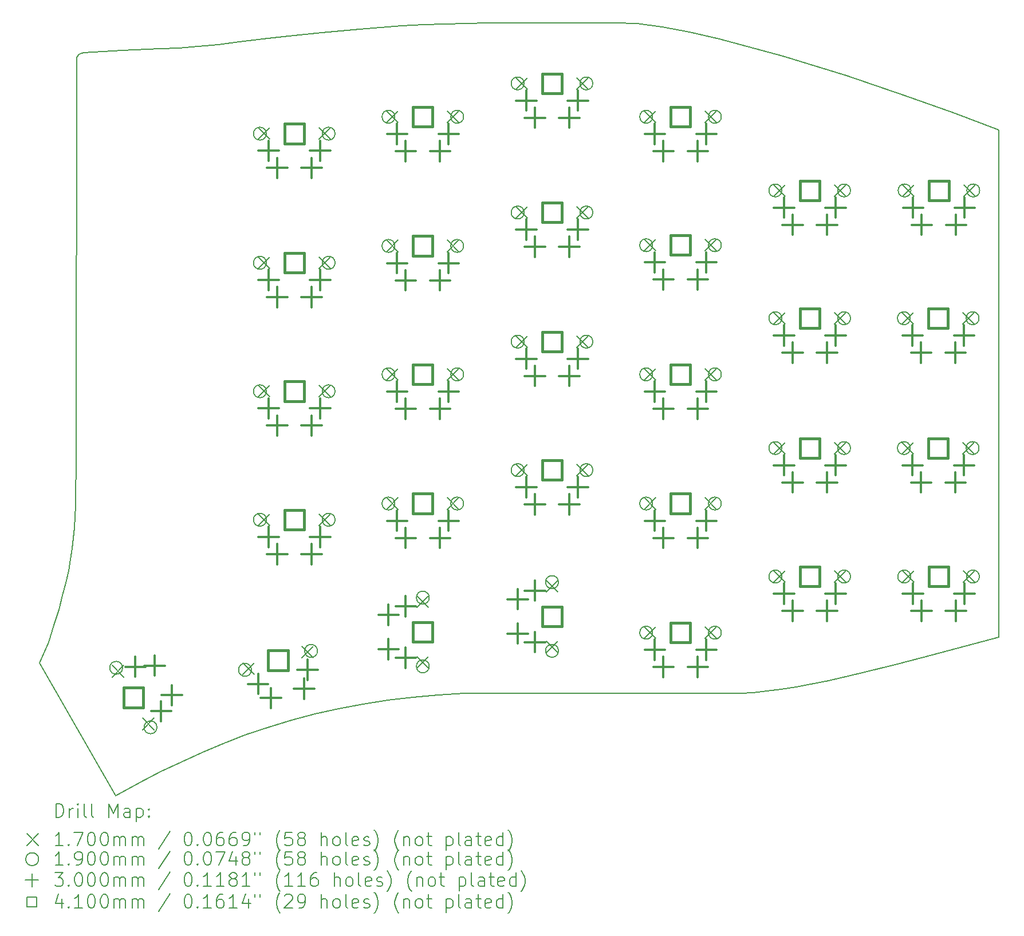
<source format=gbr>
%TF.GenerationSoftware,KiCad,Pcbnew,(6.0.10)*%
%TF.CreationDate,2023-01-19T22:05:44+01:00*%
%TF.ProjectId,SofleKeyboard,536f666c-654b-4657-9962-6f6172642e6b,rev?*%
%TF.SameCoordinates,Original*%
%TF.FileFunction,Drillmap*%
%TF.FilePolarity,Positive*%
%FSLAX45Y45*%
G04 Gerber Fmt 4.5, Leading zero omitted, Abs format (unit mm)*
G04 Created by KiCad (PCBNEW (6.0.10)) date 2023-01-19 22:05:44*
%MOMM*%
%LPD*%
G01*
G04 APERTURE LIST*
%ADD10C,0.200000*%
%ADD11C,0.170000*%
%ADD12C,0.190000*%
%ADD13C,0.300000*%
%ADD14C,0.410000*%
G04 APERTURE END LIST*
D10*
X17116067Y-3374614D02*
X17485685Y-3422008D01*
X17895784Y-3498170D01*
X18336586Y-3598354D01*
X19271187Y-3851789D01*
X20211265Y-4144328D01*
X21078601Y-4437983D01*
X21794973Y-4694767D01*
X22461935Y-4945779D01*
X22466765Y-12450945D01*
X21486558Y-12708691D01*
X20969573Y-12843817D01*
X20452470Y-12972827D01*
X19948602Y-13088005D01*
X19471321Y-13181638D01*
X19246823Y-13217965D01*
X19033980Y-13246011D01*
X18834459Y-13264815D01*
X18649930Y-13273410D01*
X14965209Y-13273500D01*
X14568609Y-13280144D01*
X14180524Y-13299865D01*
X13800637Y-13332343D01*
X13428629Y-13377260D01*
X13064185Y-13434299D01*
X12706985Y-13503140D01*
X12356714Y-13583465D01*
X12013053Y-13674956D01*
X11675686Y-13777294D01*
X11344295Y-13890161D01*
X11018563Y-14013239D01*
X10698171Y-14146209D01*
X10382804Y-14288753D01*
X10072144Y-14440552D01*
X9765873Y-14601288D01*
X9410000Y-14790000D01*
X8280000Y-12830000D01*
X8418867Y-12525577D01*
X8499509Y-12270518D01*
X8568201Y-12039860D01*
X8625939Y-11830250D01*
X8673722Y-11638336D01*
X8712546Y-11460764D01*
X8743410Y-11294182D01*
X8767310Y-11135239D01*
X8785246Y-10980580D01*
X8798213Y-10826854D01*
X8813233Y-10508789D01*
X8827549Y-9736339D01*
X8827544Y-9736339D01*
X8831584Y-3905921D01*
X8831683Y-3901138D01*
X8831978Y-3896402D01*
X8832469Y-3891720D01*
X8833154Y-3887097D01*
X8834031Y-3882540D01*
X8835100Y-3878053D01*
X8836359Y-3873644D01*
X8837807Y-3869318D01*
X8839443Y-3865082D01*
X8841265Y-3860940D01*
X8843272Y-3856899D01*
X8845464Y-3852966D01*
X8847838Y-3849145D01*
X8850393Y-3845443D01*
X8853128Y-3841866D01*
X8856042Y-3838420D01*
X8859133Y-3835111D01*
X8862401Y-3831944D01*
X8865844Y-3828926D01*
X8869460Y-3826062D01*
X8873249Y-3823359D01*
X8877209Y-3820822D01*
X8881339Y-3818458D01*
X8885638Y-3816272D01*
X8890104Y-3814271D01*
X8894736Y-3812460D01*
X8899533Y-3810845D01*
X8904493Y-3809432D01*
X8909616Y-3808227D01*
X8914900Y-3807237D01*
X8920343Y-3806466D01*
X8925945Y-3805921D01*
X9219850Y-3785171D01*
X9504514Y-3769952D01*
X10062030Y-3745449D01*
X10342838Y-3730837D01*
X10630317Y-3711102D01*
X10928444Y-3683577D01*
X11241198Y-3645601D01*
X11581843Y-3601616D01*
X11965701Y-3556514D01*
X12454629Y-3504787D01*
X13020659Y-3453020D01*
X13635827Y-3407799D01*
X13953099Y-3389702D01*
X14272167Y-3375711D01*
X14589537Y-3366649D01*
X14901713Y-3363340D01*
X16796706Y-3360738D01*
X17116067Y-3374614D01*
D11*
X9361000Y-12865289D02*
X9531000Y-13035289D01*
X9531000Y-12865289D02*
X9361000Y-13035289D01*
X9811000Y-13644711D02*
X9981000Y-13814711D01*
X9981000Y-13644711D02*
X9811000Y-13814711D01*
X11292432Y-12829037D02*
X11462432Y-12999037D01*
X11462432Y-12829037D02*
X11292432Y-12999037D01*
X11515000Y-4915000D02*
X11685000Y-5085000D01*
X11685000Y-4915000D02*
X11515000Y-5085000D01*
X11515000Y-6825000D02*
X11685000Y-6995000D01*
X11685000Y-6825000D02*
X11515000Y-6995000D01*
X11515000Y-8725000D02*
X11685000Y-8895000D01*
X11685000Y-8725000D02*
X11515000Y-8895000D01*
X11515000Y-10625000D02*
X11685000Y-10795000D01*
X11685000Y-10625000D02*
X11515000Y-10795000D01*
X12157568Y-12580963D02*
X12327568Y-12750963D01*
X12327568Y-12580963D02*
X12157568Y-12750963D01*
X12415000Y-4915000D02*
X12585000Y-5085000D01*
X12585000Y-4915000D02*
X12415000Y-5085000D01*
X12415000Y-6825000D02*
X12585000Y-6995000D01*
X12585000Y-6825000D02*
X12415000Y-6995000D01*
X12415000Y-8725000D02*
X12585000Y-8895000D01*
X12585000Y-8725000D02*
X12415000Y-8895000D01*
X12415000Y-10625000D02*
X12585000Y-10795000D01*
X12585000Y-10625000D02*
X12415000Y-10795000D01*
X13415000Y-4665000D02*
X13585000Y-4835000D01*
X13585000Y-4665000D02*
X13415000Y-4835000D01*
X13415000Y-6575000D02*
X13585000Y-6745000D01*
X13585000Y-6575000D02*
X13415000Y-6745000D01*
X13415000Y-8475000D02*
X13585000Y-8645000D01*
X13585000Y-8475000D02*
X13415000Y-8645000D01*
X13415000Y-10385000D02*
X13585000Y-10555000D01*
X13585000Y-10385000D02*
X13415000Y-10555000D01*
X13865000Y-11835000D02*
X14035000Y-12005000D01*
X14035000Y-11835000D02*
X13865000Y-12005000D01*
X13865000Y-12735000D02*
X14035000Y-12905000D01*
X14035000Y-12735000D02*
X13865000Y-12905000D01*
X14315000Y-4665000D02*
X14485000Y-4835000D01*
X14485000Y-4665000D02*
X14315000Y-4835000D01*
X14315000Y-6575000D02*
X14485000Y-6745000D01*
X14485000Y-6575000D02*
X14315000Y-6745000D01*
X14315000Y-8475000D02*
X14485000Y-8645000D01*
X14485000Y-8475000D02*
X14315000Y-8645000D01*
X14315000Y-10385000D02*
X14485000Y-10555000D01*
X14485000Y-10385000D02*
X14315000Y-10555000D01*
X15325000Y-4172000D02*
X15495000Y-4342000D01*
X15495000Y-4172000D02*
X15325000Y-4342000D01*
X15325000Y-6081000D02*
X15495000Y-6251000D01*
X15495000Y-6081000D02*
X15325000Y-6251000D01*
X15325000Y-7991000D02*
X15495000Y-8161000D01*
X15495000Y-7991000D02*
X15325000Y-8161000D01*
X15325000Y-9891000D02*
X15495000Y-10061000D01*
X15495000Y-9891000D02*
X15325000Y-10061000D01*
X15775000Y-11605000D02*
X15945000Y-11775000D01*
X15945000Y-11605000D02*
X15775000Y-11775000D01*
X15775000Y-12505000D02*
X15945000Y-12675000D01*
X15945000Y-12505000D02*
X15775000Y-12675000D01*
X16225000Y-4172000D02*
X16395000Y-4342000D01*
X16395000Y-4172000D02*
X16225000Y-4342000D01*
X16225000Y-6081000D02*
X16395000Y-6251000D01*
X16395000Y-6081000D02*
X16225000Y-6251000D01*
X16225000Y-7991000D02*
X16395000Y-8161000D01*
X16395000Y-7991000D02*
X16225000Y-8161000D01*
X16225000Y-9891000D02*
X16395000Y-10061000D01*
X16395000Y-9891000D02*
X16225000Y-10061000D01*
X17225000Y-4665000D02*
X17395000Y-4835000D01*
X17395000Y-4665000D02*
X17225000Y-4835000D01*
X17225000Y-6565000D02*
X17395000Y-6735000D01*
X17395000Y-6565000D02*
X17225000Y-6735000D01*
X17225000Y-8475000D02*
X17395000Y-8645000D01*
X17395000Y-8475000D02*
X17225000Y-8645000D01*
X17225000Y-10385000D02*
X17395000Y-10555000D01*
X17395000Y-10385000D02*
X17225000Y-10555000D01*
X17225000Y-12295000D02*
X17395000Y-12465000D01*
X17395000Y-12295000D02*
X17225000Y-12465000D01*
X18125000Y-4665000D02*
X18295000Y-4835000D01*
X18295000Y-4665000D02*
X18125000Y-4835000D01*
X18125000Y-6565000D02*
X18295000Y-6735000D01*
X18295000Y-6565000D02*
X18125000Y-6735000D01*
X18125000Y-8475000D02*
X18295000Y-8645000D01*
X18295000Y-8475000D02*
X18125000Y-8645000D01*
X18125000Y-10385000D02*
X18295000Y-10555000D01*
X18295000Y-10385000D02*
X18125000Y-10555000D01*
X18125000Y-12295000D02*
X18295000Y-12465000D01*
X18295000Y-12295000D02*
X18125000Y-12465000D01*
X19135000Y-5755000D02*
X19305000Y-5925000D01*
X19305000Y-5755000D02*
X19135000Y-5925000D01*
X19135000Y-7645000D02*
X19305000Y-7815000D01*
X19305000Y-7645000D02*
X19135000Y-7815000D01*
X19135000Y-9565000D02*
X19305000Y-9735000D01*
X19305000Y-9565000D02*
X19135000Y-9735000D01*
X19135000Y-11465000D02*
X19305000Y-11635000D01*
X19305000Y-11465000D02*
X19135000Y-11635000D01*
X20035000Y-5755000D02*
X20205000Y-5925000D01*
X20205000Y-5755000D02*
X20035000Y-5925000D01*
X20035000Y-7645000D02*
X20205000Y-7815000D01*
X20205000Y-7645000D02*
X20035000Y-7815000D01*
X20035000Y-9565000D02*
X20205000Y-9735000D01*
X20205000Y-9565000D02*
X20035000Y-9735000D01*
X20035000Y-11465000D02*
X20205000Y-11635000D01*
X20205000Y-11465000D02*
X20035000Y-11635000D01*
X21035000Y-7645000D02*
X21205000Y-7815000D01*
X21205000Y-7645000D02*
X21035000Y-7815000D01*
X21035000Y-9565000D02*
X21205000Y-9735000D01*
X21205000Y-9565000D02*
X21035000Y-9735000D01*
X21040000Y-11465000D02*
X21210000Y-11635000D01*
X21210000Y-11465000D02*
X21040000Y-11635000D01*
X21045000Y-5755000D02*
X21215000Y-5925000D01*
X21215000Y-5755000D02*
X21045000Y-5925000D01*
X21935000Y-7645000D02*
X22105000Y-7815000D01*
X22105000Y-7645000D02*
X21935000Y-7815000D01*
X21935000Y-9565000D02*
X22105000Y-9735000D01*
X22105000Y-9565000D02*
X21935000Y-9735000D01*
X21940000Y-11465000D02*
X22110000Y-11635000D01*
X22110000Y-11465000D02*
X21940000Y-11635000D01*
X21945000Y-5755000D02*
X22115000Y-5925000D01*
X22115000Y-5755000D02*
X21945000Y-5925000D01*
D12*
X9512000Y-12900059D02*
G75*
G03*
X9512000Y-12900059I-95000J0D01*
G01*
X10020000Y-13779941D02*
G75*
G03*
X10020000Y-13779941I-95000J0D01*
G01*
X11416679Y-12930024D02*
G75*
G03*
X11416679Y-12930024I-95000J0D01*
G01*
X11637000Y-5000000D02*
G75*
G03*
X11637000Y-5000000I-95000J0D01*
G01*
X11637000Y-6910000D02*
G75*
G03*
X11637000Y-6910000I-95000J0D01*
G01*
X11637000Y-8810000D02*
G75*
G03*
X11637000Y-8810000I-95000J0D01*
G01*
X11637000Y-10710000D02*
G75*
G03*
X11637000Y-10710000I-95000J0D01*
G01*
X12393321Y-12649976D02*
G75*
G03*
X12393321Y-12649976I-95000J0D01*
G01*
X12653000Y-5000000D02*
G75*
G03*
X12653000Y-5000000I-95000J0D01*
G01*
X12653000Y-6910000D02*
G75*
G03*
X12653000Y-6910000I-95000J0D01*
G01*
X12653000Y-8810000D02*
G75*
G03*
X12653000Y-8810000I-95000J0D01*
G01*
X12653000Y-10710000D02*
G75*
G03*
X12653000Y-10710000I-95000J0D01*
G01*
X13537000Y-4750000D02*
G75*
G03*
X13537000Y-4750000I-95000J0D01*
G01*
X13537000Y-6660000D02*
G75*
G03*
X13537000Y-6660000I-95000J0D01*
G01*
X13537000Y-8560000D02*
G75*
G03*
X13537000Y-8560000I-95000J0D01*
G01*
X13537000Y-10470000D02*
G75*
G03*
X13537000Y-10470000I-95000J0D01*
G01*
X14045000Y-11862000D02*
G75*
G03*
X14045000Y-11862000I-95000J0D01*
G01*
X14045000Y-12878000D02*
G75*
G03*
X14045000Y-12878000I-95000J0D01*
G01*
X14553000Y-4750000D02*
G75*
G03*
X14553000Y-4750000I-95000J0D01*
G01*
X14553000Y-6660000D02*
G75*
G03*
X14553000Y-6660000I-95000J0D01*
G01*
X14553000Y-8560000D02*
G75*
G03*
X14553000Y-8560000I-95000J0D01*
G01*
X14553000Y-10470000D02*
G75*
G03*
X14553000Y-10470000I-95000J0D01*
G01*
X15447000Y-4257000D02*
G75*
G03*
X15447000Y-4257000I-95000J0D01*
G01*
X15447000Y-6166000D02*
G75*
G03*
X15447000Y-6166000I-95000J0D01*
G01*
X15447000Y-8076000D02*
G75*
G03*
X15447000Y-8076000I-95000J0D01*
G01*
X15447000Y-9976000D02*
G75*
G03*
X15447000Y-9976000I-95000J0D01*
G01*
X15955000Y-11632000D02*
G75*
G03*
X15955000Y-11632000I-95000J0D01*
G01*
X15955000Y-12648000D02*
G75*
G03*
X15955000Y-12648000I-95000J0D01*
G01*
X16463000Y-4257000D02*
G75*
G03*
X16463000Y-4257000I-95000J0D01*
G01*
X16463000Y-6166000D02*
G75*
G03*
X16463000Y-6166000I-95000J0D01*
G01*
X16463000Y-8076000D02*
G75*
G03*
X16463000Y-8076000I-95000J0D01*
G01*
X16463000Y-9976000D02*
G75*
G03*
X16463000Y-9976000I-95000J0D01*
G01*
X17347000Y-4750000D02*
G75*
G03*
X17347000Y-4750000I-95000J0D01*
G01*
X17347000Y-6650000D02*
G75*
G03*
X17347000Y-6650000I-95000J0D01*
G01*
X17347000Y-8560000D02*
G75*
G03*
X17347000Y-8560000I-95000J0D01*
G01*
X17347000Y-10470000D02*
G75*
G03*
X17347000Y-10470000I-95000J0D01*
G01*
X17347000Y-12380000D02*
G75*
G03*
X17347000Y-12380000I-95000J0D01*
G01*
X18363000Y-4750000D02*
G75*
G03*
X18363000Y-4750000I-95000J0D01*
G01*
X18363000Y-6650000D02*
G75*
G03*
X18363000Y-6650000I-95000J0D01*
G01*
X18363000Y-8560000D02*
G75*
G03*
X18363000Y-8560000I-95000J0D01*
G01*
X18363000Y-10470000D02*
G75*
G03*
X18363000Y-10470000I-95000J0D01*
G01*
X18363000Y-12380000D02*
G75*
G03*
X18363000Y-12380000I-95000J0D01*
G01*
X19257000Y-5840000D02*
G75*
G03*
X19257000Y-5840000I-95000J0D01*
G01*
X19257000Y-7730000D02*
G75*
G03*
X19257000Y-7730000I-95000J0D01*
G01*
X19257000Y-9650000D02*
G75*
G03*
X19257000Y-9650000I-95000J0D01*
G01*
X19257000Y-11550000D02*
G75*
G03*
X19257000Y-11550000I-95000J0D01*
G01*
X20273000Y-5840000D02*
G75*
G03*
X20273000Y-5840000I-95000J0D01*
G01*
X20273000Y-7730000D02*
G75*
G03*
X20273000Y-7730000I-95000J0D01*
G01*
X20273000Y-9650000D02*
G75*
G03*
X20273000Y-9650000I-95000J0D01*
G01*
X20273000Y-11550000D02*
G75*
G03*
X20273000Y-11550000I-95000J0D01*
G01*
X21157000Y-7730000D02*
G75*
G03*
X21157000Y-7730000I-95000J0D01*
G01*
X21157000Y-9650000D02*
G75*
G03*
X21157000Y-9650000I-95000J0D01*
G01*
X21162000Y-11550000D02*
G75*
G03*
X21162000Y-11550000I-95000J0D01*
G01*
X21167000Y-5840000D02*
G75*
G03*
X21167000Y-5840000I-95000J0D01*
G01*
X22173000Y-7730000D02*
G75*
G03*
X22173000Y-7730000I-95000J0D01*
G01*
X22173000Y-9650000D02*
G75*
G03*
X22173000Y-9650000I-95000J0D01*
G01*
X22178000Y-11550000D02*
G75*
G03*
X22178000Y-11550000I-95000J0D01*
G01*
X22183000Y-5840000D02*
G75*
G03*
X22183000Y-5840000I-95000J0D01*
G01*
D13*
X9700471Y-12733044D02*
X9700471Y-13033044D01*
X9550471Y-12883044D02*
X9850471Y-12883044D01*
X9983941Y-12716029D02*
X9983941Y-13016029D01*
X9833941Y-12866029D02*
X10133941Y-12866029D01*
X10081471Y-13392956D02*
X10081471Y-13692956D01*
X9931471Y-13542956D02*
X10231471Y-13542956D01*
X10237941Y-13155970D02*
X10237941Y-13455970D01*
X10087941Y-13305970D02*
X10387941Y-13305970D01*
X11513771Y-12989178D02*
X11513771Y-13289178D01*
X11363771Y-13139178D02*
X11663771Y-13139178D01*
X11669000Y-5104000D02*
X11669000Y-5404000D01*
X11519000Y-5254000D02*
X11819000Y-5254000D01*
X11669000Y-7014000D02*
X11669000Y-7314000D01*
X11519000Y-7164000D02*
X11819000Y-7164000D01*
X11669000Y-8914000D02*
X11669000Y-9214000D01*
X11519000Y-9064000D02*
X11819000Y-9064000D01*
X11669000Y-10814000D02*
X11669000Y-11114000D01*
X11519000Y-10964000D02*
X11819000Y-10964000D01*
X11705863Y-13198333D02*
X11705863Y-13498333D01*
X11555863Y-13348333D02*
X11855863Y-13348333D01*
X11796000Y-5358000D02*
X11796000Y-5658000D01*
X11646000Y-5508000D02*
X11946000Y-5508000D01*
X11796000Y-7268000D02*
X11796000Y-7568000D01*
X11646000Y-7418000D02*
X11946000Y-7418000D01*
X11796000Y-9168000D02*
X11796000Y-9468000D01*
X11646000Y-9318000D02*
X11946000Y-9318000D01*
X11796000Y-11068000D02*
X11796000Y-11368000D01*
X11646000Y-11218000D02*
X11946000Y-11218000D01*
X12194184Y-13058309D02*
X12194184Y-13358309D01*
X12044184Y-13208309D02*
X12344184Y-13208309D01*
X12246253Y-12779143D02*
X12246253Y-13079143D01*
X12096253Y-12929143D02*
X12396253Y-12929143D01*
X12304000Y-5358000D02*
X12304000Y-5658000D01*
X12154000Y-5508000D02*
X12454000Y-5508000D01*
X12304000Y-7268000D02*
X12304000Y-7568000D01*
X12154000Y-7418000D02*
X12454000Y-7418000D01*
X12304000Y-9168000D02*
X12304000Y-9468000D01*
X12154000Y-9318000D02*
X12454000Y-9318000D01*
X12304000Y-11068000D02*
X12304000Y-11368000D01*
X12154000Y-11218000D02*
X12454000Y-11218000D01*
X12431000Y-5104000D02*
X12431000Y-5404000D01*
X12281000Y-5254000D02*
X12581000Y-5254000D01*
X12431000Y-7014000D02*
X12431000Y-7314000D01*
X12281000Y-7164000D02*
X12581000Y-7164000D01*
X12431000Y-8914000D02*
X12431000Y-9214000D01*
X12281000Y-9064000D02*
X12581000Y-9064000D01*
X12431000Y-10814000D02*
X12431000Y-11114000D01*
X12281000Y-10964000D02*
X12581000Y-10964000D01*
X13442000Y-11966000D02*
X13442000Y-12266000D01*
X13292000Y-12116000D02*
X13592000Y-12116000D01*
X13442000Y-12474000D02*
X13442000Y-12774000D01*
X13292000Y-12624000D02*
X13592000Y-12624000D01*
X13569000Y-4854000D02*
X13569000Y-5154000D01*
X13419000Y-5004000D02*
X13719000Y-5004000D01*
X13569000Y-6764000D02*
X13569000Y-7064000D01*
X13419000Y-6914000D02*
X13719000Y-6914000D01*
X13569000Y-8664000D02*
X13569000Y-8964000D01*
X13419000Y-8814000D02*
X13719000Y-8814000D01*
X13569000Y-10574000D02*
X13569000Y-10874000D01*
X13419000Y-10724000D02*
X13719000Y-10724000D01*
X13696000Y-11839000D02*
X13696000Y-12139000D01*
X13546000Y-11989000D02*
X13846000Y-11989000D01*
X13696000Y-5108000D02*
X13696000Y-5408000D01*
X13546000Y-5258000D02*
X13846000Y-5258000D01*
X13696000Y-7018000D02*
X13696000Y-7318000D01*
X13546000Y-7168000D02*
X13846000Y-7168000D01*
X13696000Y-8918000D02*
X13696000Y-9218000D01*
X13546000Y-9068000D02*
X13846000Y-9068000D01*
X13696000Y-10828000D02*
X13696000Y-11128000D01*
X13546000Y-10978000D02*
X13846000Y-10978000D01*
X13696000Y-12601000D02*
X13696000Y-12901000D01*
X13546000Y-12751000D02*
X13846000Y-12751000D01*
X14204000Y-5108000D02*
X14204000Y-5408000D01*
X14054000Y-5258000D02*
X14354000Y-5258000D01*
X14204000Y-7018000D02*
X14204000Y-7318000D01*
X14054000Y-7168000D02*
X14354000Y-7168000D01*
X14204000Y-8918000D02*
X14204000Y-9218000D01*
X14054000Y-9068000D02*
X14354000Y-9068000D01*
X14204000Y-10828000D02*
X14204000Y-11128000D01*
X14054000Y-10978000D02*
X14354000Y-10978000D01*
X14331000Y-4854000D02*
X14331000Y-5154000D01*
X14181000Y-5004000D02*
X14481000Y-5004000D01*
X14331000Y-6764000D02*
X14331000Y-7064000D01*
X14181000Y-6914000D02*
X14481000Y-6914000D01*
X14331000Y-8664000D02*
X14331000Y-8964000D01*
X14181000Y-8814000D02*
X14481000Y-8814000D01*
X14331000Y-10574000D02*
X14331000Y-10874000D01*
X14181000Y-10724000D02*
X14481000Y-10724000D01*
X15352000Y-11736000D02*
X15352000Y-12036000D01*
X15202000Y-11886000D02*
X15502000Y-11886000D01*
X15352000Y-12244000D02*
X15352000Y-12544000D01*
X15202000Y-12394000D02*
X15502000Y-12394000D01*
X15479000Y-4361000D02*
X15479000Y-4661000D01*
X15329000Y-4511000D02*
X15629000Y-4511000D01*
X15479000Y-6270000D02*
X15479000Y-6570000D01*
X15329000Y-6420000D02*
X15629000Y-6420000D01*
X15479000Y-8180000D02*
X15479000Y-8480000D01*
X15329000Y-8330000D02*
X15629000Y-8330000D01*
X15479000Y-10080000D02*
X15479000Y-10380000D01*
X15329000Y-10230000D02*
X15629000Y-10230000D01*
X15606000Y-11609000D02*
X15606000Y-11909000D01*
X15456000Y-11759000D02*
X15756000Y-11759000D01*
X15606000Y-4615000D02*
X15606000Y-4915000D01*
X15456000Y-4765000D02*
X15756000Y-4765000D01*
X15606000Y-6524000D02*
X15606000Y-6824000D01*
X15456000Y-6674000D02*
X15756000Y-6674000D01*
X15606000Y-8434000D02*
X15606000Y-8734000D01*
X15456000Y-8584000D02*
X15756000Y-8584000D01*
X15606000Y-10334000D02*
X15606000Y-10634000D01*
X15456000Y-10484000D02*
X15756000Y-10484000D01*
X15606000Y-12371000D02*
X15606000Y-12671000D01*
X15456000Y-12521000D02*
X15756000Y-12521000D01*
X16114000Y-4615000D02*
X16114000Y-4915000D01*
X15964000Y-4765000D02*
X16264000Y-4765000D01*
X16114000Y-6524000D02*
X16114000Y-6824000D01*
X15964000Y-6674000D02*
X16264000Y-6674000D01*
X16114000Y-8434000D02*
X16114000Y-8734000D01*
X15964000Y-8584000D02*
X16264000Y-8584000D01*
X16114000Y-10334000D02*
X16114000Y-10634000D01*
X15964000Y-10484000D02*
X16264000Y-10484000D01*
X16241000Y-4361000D02*
X16241000Y-4661000D01*
X16091000Y-4511000D02*
X16391000Y-4511000D01*
X16241000Y-6270000D02*
X16241000Y-6570000D01*
X16091000Y-6420000D02*
X16391000Y-6420000D01*
X16241000Y-8180000D02*
X16241000Y-8480000D01*
X16091000Y-8330000D02*
X16391000Y-8330000D01*
X16241000Y-10080000D02*
X16241000Y-10380000D01*
X16091000Y-10230000D02*
X16391000Y-10230000D01*
X17379000Y-4854000D02*
X17379000Y-5154000D01*
X17229000Y-5004000D02*
X17529000Y-5004000D01*
X17379000Y-6754000D02*
X17379000Y-7054000D01*
X17229000Y-6904000D02*
X17529000Y-6904000D01*
X17379000Y-8664000D02*
X17379000Y-8964000D01*
X17229000Y-8814000D02*
X17529000Y-8814000D01*
X17379000Y-10574000D02*
X17379000Y-10874000D01*
X17229000Y-10724000D02*
X17529000Y-10724000D01*
X17379000Y-12484000D02*
X17379000Y-12784000D01*
X17229000Y-12634000D02*
X17529000Y-12634000D01*
X17506000Y-5108000D02*
X17506000Y-5408000D01*
X17356000Y-5258000D02*
X17656000Y-5258000D01*
X17506000Y-7008000D02*
X17506000Y-7308000D01*
X17356000Y-7158000D02*
X17656000Y-7158000D01*
X17506000Y-8918000D02*
X17506000Y-9218000D01*
X17356000Y-9068000D02*
X17656000Y-9068000D01*
X17506000Y-10828000D02*
X17506000Y-11128000D01*
X17356000Y-10978000D02*
X17656000Y-10978000D01*
X17506000Y-12738000D02*
X17506000Y-13038000D01*
X17356000Y-12888000D02*
X17656000Y-12888000D01*
X18014000Y-5108000D02*
X18014000Y-5408000D01*
X17864000Y-5258000D02*
X18164000Y-5258000D01*
X18014000Y-7008000D02*
X18014000Y-7308000D01*
X17864000Y-7158000D02*
X18164000Y-7158000D01*
X18014000Y-8918000D02*
X18014000Y-9218000D01*
X17864000Y-9068000D02*
X18164000Y-9068000D01*
X18014000Y-10828000D02*
X18014000Y-11128000D01*
X17864000Y-10978000D02*
X18164000Y-10978000D01*
X18014000Y-12738000D02*
X18014000Y-13038000D01*
X17864000Y-12888000D02*
X18164000Y-12888000D01*
X18141000Y-4854000D02*
X18141000Y-5154000D01*
X17991000Y-5004000D02*
X18291000Y-5004000D01*
X18141000Y-6754000D02*
X18141000Y-7054000D01*
X17991000Y-6904000D02*
X18291000Y-6904000D01*
X18141000Y-8664000D02*
X18141000Y-8964000D01*
X17991000Y-8814000D02*
X18291000Y-8814000D01*
X18141000Y-10574000D02*
X18141000Y-10874000D01*
X17991000Y-10724000D02*
X18291000Y-10724000D01*
X18141000Y-12484000D02*
X18141000Y-12784000D01*
X17991000Y-12634000D02*
X18291000Y-12634000D01*
X19289000Y-5944000D02*
X19289000Y-6244000D01*
X19139000Y-6094000D02*
X19439000Y-6094000D01*
X19289000Y-7834000D02*
X19289000Y-8134000D01*
X19139000Y-7984000D02*
X19439000Y-7984000D01*
X19289000Y-9754000D02*
X19289000Y-10054000D01*
X19139000Y-9904000D02*
X19439000Y-9904000D01*
X19289000Y-11654000D02*
X19289000Y-11954000D01*
X19139000Y-11804000D02*
X19439000Y-11804000D01*
X19416000Y-6198000D02*
X19416000Y-6498000D01*
X19266000Y-6348000D02*
X19566000Y-6348000D01*
X19416000Y-8088000D02*
X19416000Y-8388000D01*
X19266000Y-8238000D02*
X19566000Y-8238000D01*
X19416000Y-10008000D02*
X19416000Y-10308000D01*
X19266000Y-10158000D02*
X19566000Y-10158000D01*
X19416000Y-11908000D02*
X19416000Y-12208000D01*
X19266000Y-12058000D02*
X19566000Y-12058000D01*
X19924000Y-6198000D02*
X19924000Y-6498000D01*
X19774000Y-6348000D02*
X20074000Y-6348000D01*
X19924000Y-8088000D02*
X19924000Y-8388000D01*
X19774000Y-8238000D02*
X20074000Y-8238000D01*
X19924000Y-10008000D02*
X19924000Y-10308000D01*
X19774000Y-10158000D02*
X20074000Y-10158000D01*
X19924000Y-11908000D02*
X19924000Y-12208000D01*
X19774000Y-12058000D02*
X20074000Y-12058000D01*
X20051000Y-5944000D02*
X20051000Y-6244000D01*
X19901000Y-6094000D02*
X20201000Y-6094000D01*
X20051000Y-7834000D02*
X20051000Y-8134000D01*
X19901000Y-7984000D02*
X20201000Y-7984000D01*
X20051000Y-9754000D02*
X20051000Y-10054000D01*
X19901000Y-9904000D02*
X20201000Y-9904000D01*
X20051000Y-11654000D02*
X20051000Y-11954000D01*
X19901000Y-11804000D02*
X20201000Y-11804000D01*
X21189000Y-7834000D02*
X21189000Y-8134000D01*
X21039000Y-7984000D02*
X21339000Y-7984000D01*
X21189000Y-9754000D02*
X21189000Y-10054000D01*
X21039000Y-9904000D02*
X21339000Y-9904000D01*
X21194000Y-11654000D02*
X21194000Y-11954000D01*
X21044000Y-11804000D02*
X21344000Y-11804000D01*
X21199000Y-5944000D02*
X21199000Y-6244000D01*
X21049000Y-6094000D02*
X21349000Y-6094000D01*
X21316000Y-8088000D02*
X21316000Y-8388000D01*
X21166000Y-8238000D02*
X21466000Y-8238000D01*
X21316000Y-10008000D02*
X21316000Y-10308000D01*
X21166000Y-10158000D02*
X21466000Y-10158000D01*
X21321000Y-11908000D02*
X21321000Y-12208000D01*
X21171000Y-12058000D02*
X21471000Y-12058000D01*
X21326000Y-6198000D02*
X21326000Y-6498000D01*
X21176000Y-6348000D02*
X21476000Y-6348000D01*
X21824000Y-8088000D02*
X21824000Y-8388000D01*
X21674000Y-8238000D02*
X21974000Y-8238000D01*
X21824000Y-10008000D02*
X21824000Y-10308000D01*
X21674000Y-10158000D02*
X21974000Y-10158000D01*
X21829000Y-11908000D02*
X21829000Y-12208000D01*
X21679000Y-12058000D02*
X21979000Y-12058000D01*
X21834000Y-6198000D02*
X21834000Y-6498000D01*
X21684000Y-6348000D02*
X21984000Y-6348000D01*
X21951000Y-7834000D02*
X21951000Y-8134000D01*
X21801000Y-7984000D02*
X22101000Y-7984000D01*
X21951000Y-9754000D02*
X21951000Y-10054000D01*
X21801000Y-9904000D02*
X22101000Y-9904000D01*
X21956000Y-11654000D02*
X21956000Y-11954000D01*
X21806000Y-11804000D02*
X22106000Y-11804000D01*
X21961000Y-5944000D02*
X21961000Y-6244000D01*
X21811000Y-6094000D02*
X22111000Y-6094000D01*
D14*
X9815958Y-13484958D02*
X9815958Y-13195042D01*
X9526042Y-13195042D01*
X9526042Y-13484958D01*
X9815958Y-13484958D01*
X11954958Y-12934958D02*
X11954958Y-12645042D01*
X11665042Y-12645042D01*
X11665042Y-12934958D01*
X11954958Y-12934958D01*
X12194958Y-5144958D02*
X12194958Y-4855042D01*
X11905042Y-4855042D01*
X11905042Y-5144958D01*
X12194958Y-5144958D01*
X12194958Y-7054958D02*
X12194958Y-6765042D01*
X11905042Y-6765042D01*
X11905042Y-7054958D01*
X12194958Y-7054958D01*
X12194958Y-8954958D02*
X12194958Y-8665042D01*
X11905042Y-8665042D01*
X11905042Y-8954958D01*
X12194958Y-8954958D01*
X12194958Y-10854958D02*
X12194958Y-10565042D01*
X11905042Y-10565042D01*
X11905042Y-10854958D01*
X12194958Y-10854958D01*
X14094958Y-4894958D02*
X14094958Y-4605042D01*
X13805042Y-4605042D01*
X13805042Y-4894958D01*
X14094958Y-4894958D01*
X14094958Y-6804958D02*
X14094958Y-6515042D01*
X13805042Y-6515042D01*
X13805042Y-6804958D01*
X14094958Y-6804958D01*
X14094958Y-8704958D02*
X14094958Y-8415042D01*
X13805042Y-8415042D01*
X13805042Y-8704958D01*
X14094958Y-8704958D01*
X14094958Y-10614958D02*
X14094958Y-10325042D01*
X13805042Y-10325042D01*
X13805042Y-10614958D01*
X14094958Y-10614958D01*
X14094958Y-12514958D02*
X14094958Y-12225042D01*
X13805042Y-12225042D01*
X13805042Y-12514958D01*
X14094958Y-12514958D01*
X16004958Y-4401958D02*
X16004958Y-4112042D01*
X15715042Y-4112042D01*
X15715042Y-4401958D01*
X16004958Y-4401958D01*
X16004958Y-6310958D02*
X16004958Y-6021042D01*
X15715042Y-6021042D01*
X15715042Y-6310958D01*
X16004958Y-6310958D01*
X16004958Y-8220958D02*
X16004958Y-7931042D01*
X15715042Y-7931042D01*
X15715042Y-8220958D01*
X16004958Y-8220958D01*
X16004958Y-10120958D02*
X16004958Y-9831042D01*
X15715042Y-9831042D01*
X15715042Y-10120958D01*
X16004958Y-10120958D01*
X16004958Y-12284958D02*
X16004958Y-11995042D01*
X15715042Y-11995042D01*
X15715042Y-12284958D01*
X16004958Y-12284958D01*
X17904958Y-4894958D02*
X17904958Y-4605042D01*
X17615042Y-4605042D01*
X17615042Y-4894958D01*
X17904958Y-4894958D01*
X17904958Y-6794958D02*
X17904958Y-6505042D01*
X17615042Y-6505042D01*
X17615042Y-6794958D01*
X17904958Y-6794958D01*
X17904958Y-8704958D02*
X17904958Y-8415042D01*
X17615042Y-8415042D01*
X17615042Y-8704958D01*
X17904958Y-8704958D01*
X17904958Y-10614958D02*
X17904958Y-10325042D01*
X17615042Y-10325042D01*
X17615042Y-10614958D01*
X17904958Y-10614958D01*
X17904958Y-12524958D02*
X17904958Y-12235042D01*
X17615042Y-12235042D01*
X17615042Y-12524958D01*
X17904958Y-12524958D01*
X19814958Y-5984958D02*
X19814958Y-5695042D01*
X19525042Y-5695042D01*
X19525042Y-5984958D01*
X19814958Y-5984958D01*
X19814958Y-7874958D02*
X19814958Y-7585042D01*
X19525042Y-7585042D01*
X19525042Y-7874958D01*
X19814958Y-7874958D01*
X19814958Y-9794958D02*
X19814958Y-9505042D01*
X19525042Y-9505042D01*
X19525042Y-9794958D01*
X19814958Y-9794958D01*
X19814958Y-11694958D02*
X19814958Y-11405042D01*
X19525042Y-11405042D01*
X19525042Y-11694958D01*
X19814958Y-11694958D01*
X21714958Y-7874958D02*
X21714958Y-7585042D01*
X21425042Y-7585042D01*
X21425042Y-7874958D01*
X21714958Y-7874958D01*
X21714958Y-9794958D02*
X21714958Y-9505042D01*
X21425042Y-9505042D01*
X21425042Y-9794958D01*
X21714958Y-9794958D01*
X21719958Y-11694958D02*
X21719958Y-11405042D01*
X21430042Y-11405042D01*
X21430042Y-11694958D01*
X21719958Y-11694958D01*
X21724958Y-5984958D02*
X21724958Y-5695042D01*
X21435042Y-5695042D01*
X21435042Y-5984958D01*
X21724958Y-5984958D01*
D10*
X8527619Y-15110476D02*
X8527619Y-14910476D01*
X8575238Y-14910476D01*
X8603810Y-14920000D01*
X8622857Y-14939048D01*
X8632381Y-14958095D01*
X8641905Y-14996190D01*
X8641905Y-15024762D01*
X8632381Y-15062857D01*
X8622857Y-15081905D01*
X8603810Y-15100952D01*
X8575238Y-15110476D01*
X8527619Y-15110476D01*
X8727619Y-15110476D02*
X8727619Y-14977143D01*
X8727619Y-15015238D02*
X8737143Y-14996190D01*
X8746667Y-14986667D01*
X8765714Y-14977143D01*
X8784762Y-14977143D01*
X8851429Y-15110476D02*
X8851429Y-14977143D01*
X8851429Y-14910476D02*
X8841905Y-14920000D01*
X8851429Y-14929524D01*
X8860952Y-14920000D01*
X8851429Y-14910476D01*
X8851429Y-14929524D01*
X8975238Y-15110476D02*
X8956190Y-15100952D01*
X8946667Y-15081905D01*
X8946667Y-14910476D01*
X9080000Y-15110476D02*
X9060952Y-15100952D01*
X9051429Y-15081905D01*
X9051429Y-14910476D01*
X9308571Y-15110476D02*
X9308571Y-14910476D01*
X9375238Y-15053333D01*
X9441905Y-14910476D01*
X9441905Y-15110476D01*
X9622857Y-15110476D02*
X9622857Y-15005714D01*
X9613333Y-14986667D01*
X9594286Y-14977143D01*
X9556190Y-14977143D01*
X9537143Y-14986667D01*
X9622857Y-15100952D02*
X9603810Y-15110476D01*
X9556190Y-15110476D01*
X9537143Y-15100952D01*
X9527619Y-15081905D01*
X9527619Y-15062857D01*
X9537143Y-15043809D01*
X9556190Y-15034286D01*
X9603810Y-15034286D01*
X9622857Y-15024762D01*
X9718095Y-14977143D02*
X9718095Y-15177143D01*
X9718095Y-14986667D02*
X9737143Y-14977143D01*
X9775238Y-14977143D01*
X9794286Y-14986667D01*
X9803810Y-14996190D01*
X9813333Y-15015238D01*
X9813333Y-15072381D01*
X9803810Y-15091428D01*
X9794286Y-15100952D01*
X9775238Y-15110476D01*
X9737143Y-15110476D01*
X9718095Y-15100952D01*
X9899048Y-15091428D02*
X9908571Y-15100952D01*
X9899048Y-15110476D01*
X9889524Y-15100952D01*
X9899048Y-15091428D01*
X9899048Y-15110476D01*
X9899048Y-14986667D02*
X9908571Y-14996190D01*
X9899048Y-15005714D01*
X9889524Y-14996190D01*
X9899048Y-14986667D01*
X9899048Y-15005714D01*
D11*
X8100000Y-15355000D02*
X8270000Y-15525000D01*
X8270000Y-15355000D02*
X8100000Y-15525000D01*
D10*
X8632381Y-15530476D02*
X8518095Y-15530476D01*
X8575238Y-15530476D02*
X8575238Y-15330476D01*
X8556190Y-15359048D01*
X8537143Y-15378095D01*
X8518095Y-15387619D01*
X8718095Y-15511428D02*
X8727619Y-15520952D01*
X8718095Y-15530476D01*
X8708571Y-15520952D01*
X8718095Y-15511428D01*
X8718095Y-15530476D01*
X8794286Y-15330476D02*
X8927619Y-15330476D01*
X8841905Y-15530476D01*
X9041905Y-15330476D02*
X9060952Y-15330476D01*
X9080000Y-15340000D01*
X9089524Y-15349524D01*
X9099048Y-15368571D01*
X9108571Y-15406667D01*
X9108571Y-15454286D01*
X9099048Y-15492381D01*
X9089524Y-15511428D01*
X9080000Y-15520952D01*
X9060952Y-15530476D01*
X9041905Y-15530476D01*
X9022857Y-15520952D01*
X9013333Y-15511428D01*
X9003810Y-15492381D01*
X8994286Y-15454286D01*
X8994286Y-15406667D01*
X9003810Y-15368571D01*
X9013333Y-15349524D01*
X9022857Y-15340000D01*
X9041905Y-15330476D01*
X9232381Y-15330476D02*
X9251429Y-15330476D01*
X9270476Y-15340000D01*
X9280000Y-15349524D01*
X9289524Y-15368571D01*
X9299048Y-15406667D01*
X9299048Y-15454286D01*
X9289524Y-15492381D01*
X9280000Y-15511428D01*
X9270476Y-15520952D01*
X9251429Y-15530476D01*
X9232381Y-15530476D01*
X9213333Y-15520952D01*
X9203810Y-15511428D01*
X9194286Y-15492381D01*
X9184762Y-15454286D01*
X9184762Y-15406667D01*
X9194286Y-15368571D01*
X9203810Y-15349524D01*
X9213333Y-15340000D01*
X9232381Y-15330476D01*
X9384762Y-15530476D02*
X9384762Y-15397143D01*
X9384762Y-15416190D02*
X9394286Y-15406667D01*
X9413333Y-15397143D01*
X9441905Y-15397143D01*
X9460952Y-15406667D01*
X9470476Y-15425714D01*
X9470476Y-15530476D01*
X9470476Y-15425714D02*
X9480000Y-15406667D01*
X9499048Y-15397143D01*
X9527619Y-15397143D01*
X9546667Y-15406667D01*
X9556190Y-15425714D01*
X9556190Y-15530476D01*
X9651429Y-15530476D02*
X9651429Y-15397143D01*
X9651429Y-15416190D02*
X9660952Y-15406667D01*
X9680000Y-15397143D01*
X9708571Y-15397143D01*
X9727619Y-15406667D01*
X9737143Y-15425714D01*
X9737143Y-15530476D01*
X9737143Y-15425714D02*
X9746667Y-15406667D01*
X9765714Y-15397143D01*
X9794286Y-15397143D01*
X9813333Y-15406667D01*
X9822857Y-15425714D01*
X9822857Y-15530476D01*
X10213333Y-15320952D02*
X10041905Y-15578095D01*
X10470476Y-15330476D02*
X10489524Y-15330476D01*
X10508571Y-15340000D01*
X10518095Y-15349524D01*
X10527619Y-15368571D01*
X10537143Y-15406667D01*
X10537143Y-15454286D01*
X10527619Y-15492381D01*
X10518095Y-15511428D01*
X10508571Y-15520952D01*
X10489524Y-15530476D01*
X10470476Y-15530476D01*
X10451429Y-15520952D01*
X10441905Y-15511428D01*
X10432381Y-15492381D01*
X10422857Y-15454286D01*
X10422857Y-15406667D01*
X10432381Y-15368571D01*
X10441905Y-15349524D01*
X10451429Y-15340000D01*
X10470476Y-15330476D01*
X10622857Y-15511428D02*
X10632381Y-15520952D01*
X10622857Y-15530476D01*
X10613333Y-15520952D01*
X10622857Y-15511428D01*
X10622857Y-15530476D01*
X10756190Y-15330476D02*
X10775238Y-15330476D01*
X10794286Y-15340000D01*
X10803810Y-15349524D01*
X10813333Y-15368571D01*
X10822857Y-15406667D01*
X10822857Y-15454286D01*
X10813333Y-15492381D01*
X10803810Y-15511428D01*
X10794286Y-15520952D01*
X10775238Y-15530476D01*
X10756190Y-15530476D01*
X10737143Y-15520952D01*
X10727619Y-15511428D01*
X10718095Y-15492381D01*
X10708571Y-15454286D01*
X10708571Y-15406667D01*
X10718095Y-15368571D01*
X10727619Y-15349524D01*
X10737143Y-15340000D01*
X10756190Y-15330476D01*
X10994286Y-15330476D02*
X10956190Y-15330476D01*
X10937143Y-15340000D01*
X10927619Y-15349524D01*
X10908571Y-15378095D01*
X10899048Y-15416190D01*
X10899048Y-15492381D01*
X10908571Y-15511428D01*
X10918095Y-15520952D01*
X10937143Y-15530476D01*
X10975238Y-15530476D01*
X10994286Y-15520952D01*
X11003810Y-15511428D01*
X11013333Y-15492381D01*
X11013333Y-15444762D01*
X11003810Y-15425714D01*
X10994286Y-15416190D01*
X10975238Y-15406667D01*
X10937143Y-15406667D01*
X10918095Y-15416190D01*
X10908571Y-15425714D01*
X10899048Y-15444762D01*
X11184762Y-15330476D02*
X11146667Y-15330476D01*
X11127619Y-15340000D01*
X11118095Y-15349524D01*
X11099048Y-15378095D01*
X11089524Y-15416190D01*
X11089524Y-15492381D01*
X11099048Y-15511428D01*
X11108571Y-15520952D01*
X11127619Y-15530476D01*
X11165714Y-15530476D01*
X11184762Y-15520952D01*
X11194286Y-15511428D01*
X11203809Y-15492381D01*
X11203809Y-15444762D01*
X11194286Y-15425714D01*
X11184762Y-15416190D01*
X11165714Y-15406667D01*
X11127619Y-15406667D01*
X11108571Y-15416190D01*
X11099048Y-15425714D01*
X11089524Y-15444762D01*
X11299048Y-15530476D02*
X11337143Y-15530476D01*
X11356190Y-15520952D01*
X11365714Y-15511428D01*
X11384762Y-15482857D01*
X11394286Y-15444762D01*
X11394286Y-15368571D01*
X11384762Y-15349524D01*
X11375238Y-15340000D01*
X11356190Y-15330476D01*
X11318095Y-15330476D01*
X11299048Y-15340000D01*
X11289524Y-15349524D01*
X11280000Y-15368571D01*
X11280000Y-15416190D01*
X11289524Y-15435238D01*
X11299048Y-15444762D01*
X11318095Y-15454286D01*
X11356190Y-15454286D01*
X11375238Y-15444762D01*
X11384762Y-15435238D01*
X11394286Y-15416190D01*
X11470476Y-15330476D02*
X11470476Y-15368571D01*
X11546667Y-15330476D02*
X11546667Y-15368571D01*
X11841905Y-15606667D02*
X11832381Y-15597143D01*
X11813333Y-15568571D01*
X11803809Y-15549524D01*
X11794286Y-15520952D01*
X11784762Y-15473333D01*
X11784762Y-15435238D01*
X11794286Y-15387619D01*
X11803809Y-15359048D01*
X11813333Y-15340000D01*
X11832381Y-15311428D01*
X11841905Y-15301905D01*
X12013333Y-15330476D02*
X11918095Y-15330476D01*
X11908571Y-15425714D01*
X11918095Y-15416190D01*
X11937143Y-15406667D01*
X11984762Y-15406667D01*
X12003809Y-15416190D01*
X12013333Y-15425714D01*
X12022857Y-15444762D01*
X12022857Y-15492381D01*
X12013333Y-15511428D01*
X12003809Y-15520952D01*
X11984762Y-15530476D01*
X11937143Y-15530476D01*
X11918095Y-15520952D01*
X11908571Y-15511428D01*
X12137143Y-15416190D02*
X12118095Y-15406667D01*
X12108571Y-15397143D01*
X12099048Y-15378095D01*
X12099048Y-15368571D01*
X12108571Y-15349524D01*
X12118095Y-15340000D01*
X12137143Y-15330476D01*
X12175238Y-15330476D01*
X12194286Y-15340000D01*
X12203809Y-15349524D01*
X12213333Y-15368571D01*
X12213333Y-15378095D01*
X12203809Y-15397143D01*
X12194286Y-15406667D01*
X12175238Y-15416190D01*
X12137143Y-15416190D01*
X12118095Y-15425714D01*
X12108571Y-15435238D01*
X12099048Y-15454286D01*
X12099048Y-15492381D01*
X12108571Y-15511428D01*
X12118095Y-15520952D01*
X12137143Y-15530476D01*
X12175238Y-15530476D01*
X12194286Y-15520952D01*
X12203809Y-15511428D01*
X12213333Y-15492381D01*
X12213333Y-15454286D01*
X12203809Y-15435238D01*
X12194286Y-15425714D01*
X12175238Y-15416190D01*
X12451428Y-15530476D02*
X12451428Y-15330476D01*
X12537143Y-15530476D02*
X12537143Y-15425714D01*
X12527619Y-15406667D01*
X12508571Y-15397143D01*
X12480000Y-15397143D01*
X12460952Y-15406667D01*
X12451428Y-15416190D01*
X12660952Y-15530476D02*
X12641905Y-15520952D01*
X12632381Y-15511428D01*
X12622857Y-15492381D01*
X12622857Y-15435238D01*
X12632381Y-15416190D01*
X12641905Y-15406667D01*
X12660952Y-15397143D01*
X12689524Y-15397143D01*
X12708571Y-15406667D01*
X12718095Y-15416190D01*
X12727619Y-15435238D01*
X12727619Y-15492381D01*
X12718095Y-15511428D01*
X12708571Y-15520952D01*
X12689524Y-15530476D01*
X12660952Y-15530476D01*
X12841905Y-15530476D02*
X12822857Y-15520952D01*
X12813333Y-15501905D01*
X12813333Y-15330476D01*
X12994286Y-15520952D02*
X12975238Y-15530476D01*
X12937143Y-15530476D01*
X12918095Y-15520952D01*
X12908571Y-15501905D01*
X12908571Y-15425714D01*
X12918095Y-15406667D01*
X12937143Y-15397143D01*
X12975238Y-15397143D01*
X12994286Y-15406667D01*
X13003809Y-15425714D01*
X13003809Y-15444762D01*
X12908571Y-15463809D01*
X13080000Y-15520952D02*
X13099048Y-15530476D01*
X13137143Y-15530476D01*
X13156190Y-15520952D01*
X13165714Y-15501905D01*
X13165714Y-15492381D01*
X13156190Y-15473333D01*
X13137143Y-15463809D01*
X13108571Y-15463809D01*
X13089524Y-15454286D01*
X13080000Y-15435238D01*
X13080000Y-15425714D01*
X13089524Y-15406667D01*
X13108571Y-15397143D01*
X13137143Y-15397143D01*
X13156190Y-15406667D01*
X13232381Y-15606667D02*
X13241905Y-15597143D01*
X13260952Y-15568571D01*
X13270476Y-15549524D01*
X13280000Y-15520952D01*
X13289524Y-15473333D01*
X13289524Y-15435238D01*
X13280000Y-15387619D01*
X13270476Y-15359048D01*
X13260952Y-15340000D01*
X13241905Y-15311428D01*
X13232381Y-15301905D01*
X13594286Y-15606667D02*
X13584762Y-15597143D01*
X13565714Y-15568571D01*
X13556190Y-15549524D01*
X13546667Y-15520952D01*
X13537143Y-15473333D01*
X13537143Y-15435238D01*
X13546667Y-15387619D01*
X13556190Y-15359048D01*
X13565714Y-15340000D01*
X13584762Y-15311428D01*
X13594286Y-15301905D01*
X13670476Y-15397143D02*
X13670476Y-15530476D01*
X13670476Y-15416190D02*
X13680000Y-15406667D01*
X13699048Y-15397143D01*
X13727619Y-15397143D01*
X13746667Y-15406667D01*
X13756190Y-15425714D01*
X13756190Y-15530476D01*
X13880000Y-15530476D02*
X13860952Y-15520952D01*
X13851428Y-15511428D01*
X13841905Y-15492381D01*
X13841905Y-15435238D01*
X13851428Y-15416190D01*
X13860952Y-15406667D01*
X13880000Y-15397143D01*
X13908571Y-15397143D01*
X13927619Y-15406667D01*
X13937143Y-15416190D01*
X13946667Y-15435238D01*
X13946667Y-15492381D01*
X13937143Y-15511428D01*
X13927619Y-15520952D01*
X13908571Y-15530476D01*
X13880000Y-15530476D01*
X14003809Y-15397143D02*
X14080000Y-15397143D01*
X14032381Y-15330476D02*
X14032381Y-15501905D01*
X14041905Y-15520952D01*
X14060952Y-15530476D01*
X14080000Y-15530476D01*
X14299048Y-15397143D02*
X14299048Y-15597143D01*
X14299048Y-15406667D02*
X14318095Y-15397143D01*
X14356190Y-15397143D01*
X14375238Y-15406667D01*
X14384762Y-15416190D01*
X14394286Y-15435238D01*
X14394286Y-15492381D01*
X14384762Y-15511428D01*
X14375238Y-15520952D01*
X14356190Y-15530476D01*
X14318095Y-15530476D01*
X14299048Y-15520952D01*
X14508571Y-15530476D02*
X14489524Y-15520952D01*
X14480000Y-15501905D01*
X14480000Y-15330476D01*
X14670476Y-15530476D02*
X14670476Y-15425714D01*
X14660952Y-15406667D01*
X14641905Y-15397143D01*
X14603809Y-15397143D01*
X14584762Y-15406667D01*
X14670476Y-15520952D02*
X14651428Y-15530476D01*
X14603809Y-15530476D01*
X14584762Y-15520952D01*
X14575238Y-15501905D01*
X14575238Y-15482857D01*
X14584762Y-15463809D01*
X14603809Y-15454286D01*
X14651428Y-15454286D01*
X14670476Y-15444762D01*
X14737143Y-15397143D02*
X14813333Y-15397143D01*
X14765714Y-15330476D02*
X14765714Y-15501905D01*
X14775238Y-15520952D01*
X14794286Y-15530476D01*
X14813333Y-15530476D01*
X14956190Y-15520952D02*
X14937143Y-15530476D01*
X14899048Y-15530476D01*
X14880000Y-15520952D01*
X14870476Y-15501905D01*
X14870476Y-15425714D01*
X14880000Y-15406667D01*
X14899048Y-15397143D01*
X14937143Y-15397143D01*
X14956190Y-15406667D01*
X14965714Y-15425714D01*
X14965714Y-15444762D01*
X14870476Y-15463809D01*
X15137143Y-15530476D02*
X15137143Y-15330476D01*
X15137143Y-15520952D02*
X15118095Y-15530476D01*
X15080000Y-15530476D01*
X15060952Y-15520952D01*
X15051428Y-15511428D01*
X15041905Y-15492381D01*
X15041905Y-15435238D01*
X15051428Y-15416190D01*
X15060952Y-15406667D01*
X15080000Y-15397143D01*
X15118095Y-15397143D01*
X15137143Y-15406667D01*
X15213333Y-15606667D02*
X15222857Y-15597143D01*
X15241905Y-15568571D01*
X15251428Y-15549524D01*
X15260952Y-15520952D01*
X15270476Y-15473333D01*
X15270476Y-15435238D01*
X15260952Y-15387619D01*
X15251428Y-15359048D01*
X15241905Y-15340000D01*
X15222857Y-15311428D01*
X15213333Y-15301905D01*
D12*
X8270000Y-15730000D02*
G75*
G03*
X8270000Y-15730000I-95000J0D01*
G01*
D10*
X8632381Y-15820476D02*
X8518095Y-15820476D01*
X8575238Y-15820476D02*
X8575238Y-15620476D01*
X8556190Y-15649048D01*
X8537143Y-15668095D01*
X8518095Y-15677619D01*
X8718095Y-15801428D02*
X8727619Y-15810952D01*
X8718095Y-15820476D01*
X8708571Y-15810952D01*
X8718095Y-15801428D01*
X8718095Y-15820476D01*
X8822857Y-15820476D02*
X8860952Y-15820476D01*
X8880000Y-15810952D01*
X8889524Y-15801428D01*
X8908571Y-15772857D01*
X8918095Y-15734762D01*
X8918095Y-15658571D01*
X8908571Y-15639524D01*
X8899048Y-15630000D01*
X8880000Y-15620476D01*
X8841905Y-15620476D01*
X8822857Y-15630000D01*
X8813333Y-15639524D01*
X8803810Y-15658571D01*
X8803810Y-15706190D01*
X8813333Y-15725238D01*
X8822857Y-15734762D01*
X8841905Y-15744286D01*
X8880000Y-15744286D01*
X8899048Y-15734762D01*
X8908571Y-15725238D01*
X8918095Y-15706190D01*
X9041905Y-15620476D02*
X9060952Y-15620476D01*
X9080000Y-15630000D01*
X9089524Y-15639524D01*
X9099048Y-15658571D01*
X9108571Y-15696667D01*
X9108571Y-15744286D01*
X9099048Y-15782381D01*
X9089524Y-15801428D01*
X9080000Y-15810952D01*
X9060952Y-15820476D01*
X9041905Y-15820476D01*
X9022857Y-15810952D01*
X9013333Y-15801428D01*
X9003810Y-15782381D01*
X8994286Y-15744286D01*
X8994286Y-15696667D01*
X9003810Y-15658571D01*
X9013333Y-15639524D01*
X9022857Y-15630000D01*
X9041905Y-15620476D01*
X9232381Y-15620476D02*
X9251429Y-15620476D01*
X9270476Y-15630000D01*
X9280000Y-15639524D01*
X9289524Y-15658571D01*
X9299048Y-15696667D01*
X9299048Y-15744286D01*
X9289524Y-15782381D01*
X9280000Y-15801428D01*
X9270476Y-15810952D01*
X9251429Y-15820476D01*
X9232381Y-15820476D01*
X9213333Y-15810952D01*
X9203810Y-15801428D01*
X9194286Y-15782381D01*
X9184762Y-15744286D01*
X9184762Y-15696667D01*
X9194286Y-15658571D01*
X9203810Y-15639524D01*
X9213333Y-15630000D01*
X9232381Y-15620476D01*
X9384762Y-15820476D02*
X9384762Y-15687143D01*
X9384762Y-15706190D02*
X9394286Y-15696667D01*
X9413333Y-15687143D01*
X9441905Y-15687143D01*
X9460952Y-15696667D01*
X9470476Y-15715714D01*
X9470476Y-15820476D01*
X9470476Y-15715714D02*
X9480000Y-15696667D01*
X9499048Y-15687143D01*
X9527619Y-15687143D01*
X9546667Y-15696667D01*
X9556190Y-15715714D01*
X9556190Y-15820476D01*
X9651429Y-15820476D02*
X9651429Y-15687143D01*
X9651429Y-15706190D02*
X9660952Y-15696667D01*
X9680000Y-15687143D01*
X9708571Y-15687143D01*
X9727619Y-15696667D01*
X9737143Y-15715714D01*
X9737143Y-15820476D01*
X9737143Y-15715714D02*
X9746667Y-15696667D01*
X9765714Y-15687143D01*
X9794286Y-15687143D01*
X9813333Y-15696667D01*
X9822857Y-15715714D01*
X9822857Y-15820476D01*
X10213333Y-15610952D02*
X10041905Y-15868095D01*
X10470476Y-15620476D02*
X10489524Y-15620476D01*
X10508571Y-15630000D01*
X10518095Y-15639524D01*
X10527619Y-15658571D01*
X10537143Y-15696667D01*
X10537143Y-15744286D01*
X10527619Y-15782381D01*
X10518095Y-15801428D01*
X10508571Y-15810952D01*
X10489524Y-15820476D01*
X10470476Y-15820476D01*
X10451429Y-15810952D01*
X10441905Y-15801428D01*
X10432381Y-15782381D01*
X10422857Y-15744286D01*
X10422857Y-15696667D01*
X10432381Y-15658571D01*
X10441905Y-15639524D01*
X10451429Y-15630000D01*
X10470476Y-15620476D01*
X10622857Y-15801428D02*
X10632381Y-15810952D01*
X10622857Y-15820476D01*
X10613333Y-15810952D01*
X10622857Y-15801428D01*
X10622857Y-15820476D01*
X10756190Y-15620476D02*
X10775238Y-15620476D01*
X10794286Y-15630000D01*
X10803810Y-15639524D01*
X10813333Y-15658571D01*
X10822857Y-15696667D01*
X10822857Y-15744286D01*
X10813333Y-15782381D01*
X10803810Y-15801428D01*
X10794286Y-15810952D01*
X10775238Y-15820476D01*
X10756190Y-15820476D01*
X10737143Y-15810952D01*
X10727619Y-15801428D01*
X10718095Y-15782381D01*
X10708571Y-15744286D01*
X10708571Y-15696667D01*
X10718095Y-15658571D01*
X10727619Y-15639524D01*
X10737143Y-15630000D01*
X10756190Y-15620476D01*
X10889524Y-15620476D02*
X11022857Y-15620476D01*
X10937143Y-15820476D01*
X11184762Y-15687143D02*
X11184762Y-15820476D01*
X11137143Y-15610952D02*
X11089524Y-15753809D01*
X11213333Y-15753809D01*
X11318095Y-15706190D02*
X11299048Y-15696667D01*
X11289524Y-15687143D01*
X11280000Y-15668095D01*
X11280000Y-15658571D01*
X11289524Y-15639524D01*
X11299048Y-15630000D01*
X11318095Y-15620476D01*
X11356190Y-15620476D01*
X11375238Y-15630000D01*
X11384762Y-15639524D01*
X11394286Y-15658571D01*
X11394286Y-15668095D01*
X11384762Y-15687143D01*
X11375238Y-15696667D01*
X11356190Y-15706190D01*
X11318095Y-15706190D01*
X11299048Y-15715714D01*
X11289524Y-15725238D01*
X11280000Y-15744286D01*
X11280000Y-15782381D01*
X11289524Y-15801428D01*
X11299048Y-15810952D01*
X11318095Y-15820476D01*
X11356190Y-15820476D01*
X11375238Y-15810952D01*
X11384762Y-15801428D01*
X11394286Y-15782381D01*
X11394286Y-15744286D01*
X11384762Y-15725238D01*
X11375238Y-15715714D01*
X11356190Y-15706190D01*
X11470476Y-15620476D02*
X11470476Y-15658571D01*
X11546667Y-15620476D02*
X11546667Y-15658571D01*
X11841905Y-15896667D02*
X11832381Y-15887143D01*
X11813333Y-15858571D01*
X11803809Y-15839524D01*
X11794286Y-15810952D01*
X11784762Y-15763333D01*
X11784762Y-15725238D01*
X11794286Y-15677619D01*
X11803809Y-15649048D01*
X11813333Y-15630000D01*
X11832381Y-15601428D01*
X11841905Y-15591905D01*
X12013333Y-15620476D02*
X11918095Y-15620476D01*
X11908571Y-15715714D01*
X11918095Y-15706190D01*
X11937143Y-15696667D01*
X11984762Y-15696667D01*
X12003809Y-15706190D01*
X12013333Y-15715714D01*
X12022857Y-15734762D01*
X12022857Y-15782381D01*
X12013333Y-15801428D01*
X12003809Y-15810952D01*
X11984762Y-15820476D01*
X11937143Y-15820476D01*
X11918095Y-15810952D01*
X11908571Y-15801428D01*
X12137143Y-15706190D02*
X12118095Y-15696667D01*
X12108571Y-15687143D01*
X12099048Y-15668095D01*
X12099048Y-15658571D01*
X12108571Y-15639524D01*
X12118095Y-15630000D01*
X12137143Y-15620476D01*
X12175238Y-15620476D01*
X12194286Y-15630000D01*
X12203809Y-15639524D01*
X12213333Y-15658571D01*
X12213333Y-15668095D01*
X12203809Y-15687143D01*
X12194286Y-15696667D01*
X12175238Y-15706190D01*
X12137143Y-15706190D01*
X12118095Y-15715714D01*
X12108571Y-15725238D01*
X12099048Y-15744286D01*
X12099048Y-15782381D01*
X12108571Y-15801428D01*
X12118095Y-15810952D01*
X12137143Y-15820476D01*
X12175238Y-15820476D01*
X12194286Y-15810952D01*
X12203809Y-15801428D01*
X12213333Y-15782381D01*
X12213333Y-15744286D01*
X12203809Y-15725238D01*
X12194286Y-15715714D01*
X12175238Y-15706190D01*
X12451428Y-15820476D02*
X12451428Y-15620476D01*
X12537143Y-15820476D02*
X12537143Y-15715714D01*
X12527619Y-15696667D01*
X12508571Y-15687143D01*
X12480000Y-15687143D01*
X12460952Y-15696667D01*
X12451428Y-15706190D01*
X12660952Y-15820476D02*
X12641905Y-15810952D01*
X12632381Y-15801428D01*
X12622857Y-15782381D01*
X12622857Y-15725238D01*
X12632381Y-15706190D01*
X12641905Y-15696667D01*
X12660952Y-15687143D01*
X12689524Y-15687143D01*
X12708571Y-15696667D01*
X12718095Y-15706190D01*
X12727619Y-15725238D01*
X12727619Y-15782381D01*
X12718095Y-15801428D01*
X12708571Y-15810952D01*
X12689524Y-15820476D01*
X12660952Y-15820476D01*
X12841905Y-15820476D02*
X12822857Y-15810952D01*
X12813333Y-15791905D01*
X12813333Y-15620476D01*
X12994286Y-15810952D02*
X12975238Y-15820476D01*
X12937143Y-15820476D01*
X12918095Y-15810952D01*
X12908571Y-15791905D01*
X12908571Y-15715714D01*
X12918095Y-15696667D01*
X12937143Y-15687143D01*
X12975238Y-15687143D01*
X12994286Y-15696667D01*
X13003809Y-15715714D01*
X13003809Y-15734762D01*
X12908571Y-15753809D01*
X13080000Y-15810952D02*
X13099048Y-15820476D01*
X13137143Y-15820476D01*
X13156190Y-15810952D01*
X13165714Y-15791905D01*
X13165714Y-15782381D01*
X13156190Y-15763333D01*
X13137143Y-15753809D01*
X13108571Y-15753809D01*
X13089524Y-15744286D01*
X13080000Y-15725238D01*
X13080000Y-15715714D01*
X13089524Y-15696667D01*
X13108571Y-15687143D01*
X13137143Y-15687143D01*
X13156190Y-15696667D01*
X13232381Y-15896667D02*
X13241905Y-15887143D01*
X13260952Y-15858571D01*
X13270476Y-15839524D01*
X13280000Y-15810952D01*
X13289524Y-15763333D01*
X13289524Y-15725238D01*
X13280000Y-15677619D01*
X13270476Y-15649048D01*
X13260952Y-15630000D01*
X13241905Y-15601428D01*
X13232381Y-15591905D01*
X13594286Y-15896667D02*
X13584762Y-15887143D01*
X13565714Y-15858571D01*
X13556190Y-15839524D01*
X13546667Y-15810952D01*
X13537143Y-15763333D01*
X13537143Y-15725238D01*
X13546667Y-15677619D01*
X13556190Y-15649048D01*
X13565714Y-15630000D01*
X13584762Y-15601428D01*
X13594286Y-15591905D01*
X13670476Y-15687143D02*
X13670476Y-15820476D01*
X13670476Y-15706190D02*
X13680000Y-15696667D01*
X13699048Y-15687143D01*
X13727619Y-15687143D01*
X13746667Y-15696667D01*
X13756190Y-15715714D01*
X13756190Y-15820476D01*
X13880000Y-15820476D02*
X13860952Y-15810952D01*
X13851428Y-15801428D01*
X13841905Y-15782381D01*
X13841905Y-15725238D01*
X13851428Y-15706190D01*
X13860952Y-15696667D01*
X13880000Y-15687143D01*
X13908571Y-15687143D01*
X13927619Y-15696667D01*
X13937143Y-15706190D01*
X13946667Y-15725238D01*
X13946667Y-15782381D01*
X13937143Y-15801428D01*
X13927619Y-15810952D01*
X13908571Y-15820476D01*
X13880000Y-15820476D01*
X14003809Y-15687143D02*
X14080000Y-15687143D01*
X14032381Y-15620476D02*
X14032381Y-15791905D01*
X14041905Y-15810952D01*
X14060952Y-15820476D01*
X14080000Y-15820476D01*
X14299048Y-15687143D02*
X14299048Y-15887143D01*
X14299048Y-15696667D02*
X14318095Y-15687143D01*
X14356190Y-15687143D01*
X14375238Y-15696667D01*
X14384762Y-15706190D01*
X14394286Y-15725238D01*
X14394286Y-15782381D01*
X14384762Y-15801428D01*
X14375238Y-15810952D01*
X14356190Y-15820476D01*
X14318095Y-15820476D01*
X14299048Y-15810952D01*
X14508571Y-15820476D02*
X14489524Y-15810952D01*
X14480000Y-15791905D01*
X14480000Y-15620476D01*
X14670476Y-15820476D02*
X14670476Y-15715714D01*
X14660952Y-15696667D01*
X14641905Y-15687143D01*
X14603809Y-15687143D01*
X14584762Y-15696667D01*
X14670476Y-15810952D02*
X14651428Y-15820476D01*
X14603809Y-15820476D01*
X14584762Y-15810952D01*
X14575238Y-15791905D01*
X14575238Y-15772857D01*
X14584762Y-15753809D01*
X14603809Y-15744286D01*
X14651428Y-15744286D01*
X14670476Y-15734762D01*
X14737143Y-15687143D02*
X14813333Y-15687143D01*
X14765714Y-15620476D02*
X14765714Y-15791905D01*
X14775238Y-15810952D01*
X14794286Y-15820476D01*
X14813333Y-15820476D01*
X14956190Y-15810952D02*
X14937143Y-15820476D01*
X14899048Y-15820476D01*
X14880000Y-15810952D01*
X14870476Y-15791905D01*
X14870476Y-15715714D01*
X14880000Y-15696667D01*
X14899048Y-15687143D01*
X14937143Y-15687143D01*
X14956190Y-15696667D01*
X14965714Y-15715714D01*
X14965714Y-15734762D01*
X14870476Y-15753809D01*
X15137143Y-15820476D02*
X15137143Y-15620476D01*
X15137143Y-15810952D02*
X15118095Y-15820476D01*
X15080000Y-15820476D01*
X15060952Y-15810952D01*
X15051428Y-15801428D01*
X15041905Y-15782381D01*
X15041905Y-15725238D01*
X15051428Y-15706190D01*
X15060952Y-15696667D01*
X15080000Y-15687143D01*
X15118095Y-15687143D01*
X15137143Y-15696667D01*
X15213333Y-15896667D02*
X15222857Y-15887143D01*
X15241905Y-15858571D01*
X15251428Y-15839524D01*
X15260952Y-15810952D01*
X15270476Y-15763333D01*
X15270476Y-15725238D01*
X15260952Y-15677619D01*
X15251428Y-15649048D01*
X15241905Y-15630000D01*
X15222857Y-15601428D01*
X15213333Y-15591905D01*
X8170000Y-15940000D02*
X8170000Y-16140000D01*
X8070000Y-16040000D02*
X8270000Y-16040000D01*
X8508571Y-15930476D02*
X8632381Y-15930476D01*
X8565714Y-16006667D01*
X8594286Y-16006667D01*
X8613333Y-16016190D01*
X8622857Y-16025714D01*
X8632381Y-16044762D01*
X8632381Y-16092381D01*
X8622857Y-16111428D01*
X8613333Y-16120952D01*
X8594286Y-16130476D01*
X8537143Y-16130476D01*
X8518095Y-16120952D01*
X8508571Y-16111428D01*
X8718095Y-16111428D02*
X8727619Y-16120952D01*
X8718095Y-16130476D01*
X8708571Y-16120952D01*
X8718095Y-16111428D01*
X8718095Y-16130476D01*
X8851429Y-15930476D02*
X8870476Y-15930476D01*
X8889524Y-15940000D01*
X8899048Y-15949524D01*
X8908571Y-15968571D01*
X8918095Y-16006667D01*
X8918095Y-16054286D01*
X8908571Y-16092381D01*
X8899048Y-16111428D01*
X8889524Y-16120952D01*
X8870476Y-16130476D01*
X8851429Y-16130476D01*
X8832381Y-16120952D01*
X8822857Y-16111428D01*
X8813333Y-16092381D01*
X8803810Y-16054286D01*
X8803810Y-16006667D01*
X8813333Y-15968571D01*
X8822857Y-15949524D01*
X8832381Y-15940000D01*
X8851429Y-15930476D01*
X9041905Y-15930476D02*
X9060952Y-15930476D01*
X9080000Y-15940000D01*
X9089524Y-15949524D01*
X9099048Y-15968571D01*
X9108571Y-16006667D01*
X9108571Y-16054286D01*
X9099048Y-16092381D01*
X9089524Y-16111428D01*
X9080000Y-16120952D01*
X9060952Y-16130476D01*
X9041905Y-16130476D01*
X9022857Y-16120952D01*
X9013333Y-16111428D01*
X9003810Y-16092381D01*
X8994286Y-16054286D01*
X8994286Y-16006667D01*
X9003810Y-15968571D01*
X9013333Y-15949524D01*
X9022857Y-15940000D01*
X9041905Y-15930476D01*
X9232381Y-15930476D02*
X9251429Y-15930476D01*
X9270476Y-15940000D01*
X9280000Y-15949524D01*
X9289524Y-15968571D01*
X9299048Y-16006667D01*
X9299048Y-16054286D01*
X9289524Y-16092381D01*
X9280000Y-16111428D01*
X9270476Y-16120952D01*
X9251429Y-16130476D01*
X9232381Y-16130476D01*
X9213333Y-16120952D01*
X9203810Y-16111428D01*
X9194286Y-16092381D01*
X9184762Y-16054286D01*
X9184762Y-16006667D01*
X9194286Y-15968571D01*
X9203810Y-15949524D01*
X9213333Y-15940000D01*
X9232381Y-15930476D01*
X9384762Y-16130476D02*
X9384762Y-15997143D01*
X9384762Y-16016190D02*
X9394286Y-16006667D01*
X9413333Y-15997143D01*
X9441905Y-15997143D01*
X9460952Y-16006667D01*
X9470476Y-16025714D01*
X9470476Y-16130476D01*
X9470476Y-16025714D02*
X9480000Y-16006667D01*
X9499048Y-15997143D01*
X9527619Y-15997143D01*
X9546667Y-16006667D01*
X9556190Y-16025714D01*
X9556190Y-16130476D01*
X9651429Y-16130476D02*
X9651429Y-15997143D01*
X9651429Y-16016190D02*
X9660952Y-16006667D01*
X9680000Y-15997143D01*
X9708571Y-15997143D01*
X9727619Y-16006667D01*
X9737143Y-16025714D01*
X9737143Y-16130476D01*
X9737143Y-16025714D02*
X9746667Y-16006667D01*
X9765714Y-15997143D01*
X9794286Y-15997143D01*
X9813333Y-16006667D01*
X9822857Y-16025714D01*
X9822857Y-16130476D01*
X10213333Y-15920952D02*
X10041905Y-16178095D01*
X10470476Y-15930476D02*
X10489524Y-15930476D01*
X10508571Y-15940000D01*
X10518095Y-15949524D01*
X10527619Y-15968571D01*
X10537143Y-16006667D01*
X10537143Y-16054286D01*
X10527619Y-16092381D01*
X10518095Y-16111428D01*
X10508571Y-16120952D01*
X10489524Y-16130476D01*
X10470476Y-16130476D01*
X10451429Y-16120952D01*
X10441905Y-16111428D01*
X10432381Y-16092381D01*
X10422857Y-16054286D01*
X10422857Y-16006667D01*
X10432381Y-15968571D01*
X10441905Y-15949524D01*
X10451429Y-15940000D01*
X10470476Y-15930476D01*
X10622857Y-16111428D02*
X10632381Y-16120952D01*
X10622857Y-16130476D01*
X10613333Y-16120952D01*
X10622857Y-16111428D01*
X10622857Y-16130476D01*
X10822857Y-16130476D02*
X10708571Y-16130476D01*
X10765714Y-16130476D02*
X10765714Y-15930476D01*
X10746667Y-15959048D01*
X10727619Y-15978095D01*
X10708571Y-15987619D01*
X11013333Y-16130476D02*
X10899048Y-16130476D01*
X10956190Y-16130476D02*
X10956190Y-15930476D01*
X10937143Y-15959048D01*
X10918095Y-15978095D01*
X10899048Y-15987619D01*
X11127619Y-16016190D02*
X11108571Y-16006667D01*
X11099048Y-15997143D01*
X11089524Y-15978095D01*
X11089524Y-15968571D01*
X11099048Y-15949524D01*
X11108571Y-15940000D01*
X11127619Y-15930476D01*
X11165714Y-15930476D01*
X11184762Y-15940000D01*
X11194286Y-15949524D01*
X11203809Y-15968571D01*
X11203809Y-15978095D01*
X11194286Y-15997143D01*
X11184762Y-16006667D01*
X11165714Y-16016190D01*
X11127619Y-16016190D01*
X11108571Y-16025714D01*
X11099048Y-16035238D01*
X11089524Y-16054286D01*
X11089524Y-16092381D01*
X11099048Y-16111428D01*
X11108571Y-16120952D01*
X11127619Y-16130476D01*
X11165714Y-16130476D01*
X11184762Y-16120952D01*
X11194286Y-16111428D01*
X11203809Y-16092381D01*
X11203809Y-16054286D01*
X11194286Y-16035238D01*
X11184762Y-16025714D01*
X11165714Y-16016190D01*
X11394286Y-16130476D02*
X11280000Y-16130476D01*
X11337143Y-16130476D02*
X11337143Y-15930476D01*
X11318095Y-15959048D01*
X11299048Y-15978095D01*
X11280000Y-15987619D01*
X11470476Y-15930476D02*
X11470476Y-15968571D01*
X11546667Y-15930476D02*
X11546667Y-15968571D01*
X11841905Y-16206667D02*
X11832381Y-16197143D01*
X11813333Y-16168571D01*
X11803809Y-16149524D01*
X11794286Y-16120952D01*
X11784762Y-16073333D01*
X11784762Y-16035238D01*
X11794286Y-15987619D01*
X11803809Y-15959048D01*
X11813333Y-15940000D01*
X11832381Y-15911428D01*
X11841905Y-15901905D01*
X12022857Y-16130476D02*
X11908571Y-16130476D01*
X11965714Y-16130476D02*
X11965714Y-15930476D01*
X11946667Y-15959048D01*
X11927619Y-15978095D01*
X11908571Y-15987619D01*
X12213333Y-16130476D02*
X12099048Y-16130476D01*
X12156190Y-16130476D02*
X12156190Y-15930476D01*
X12137143Y-15959048D01*
X12118095Y-15978095D01*
X12099048Y-15987619D01*
X12384762Y-15930476D02*
X12346667Y-15930476D01*
X12327619Y-15940000D01*
X12318095Y-15949524D01*
X12299048Y-15978095D01*
X12289524Y-16016190D01*
X12289524Y-16092381D01*
X12299048Y-16111428D01*
X12308571Y-16120952D01*
X12327619Y-16130476D01*
X12365714Y-16130476D01*
X12384762Y-16120952D01*
X12394286Y-16111428D01*
X12403809Y-16092381D01*
X12403809Y-16044762D01*
X12394286Y-16025714D01*
X12384762Y-16016190D01*
X12365714Y-16006667D01*
X12327619Y-16006667D01*
X12308571Y-16016190D01*
X12299048Y-16025714D01*
X12289524Y-16044762D01*
X12641905Y-16130476D02*
X12641905Y-15930476D01*
X12727619Y-16130476D02*
X12727619Y-16025714D01*
X12718095Y-16006667D01*
X12699048Y-15997143D01*
X12670476Y-15997143D01*
X12651428Y-16006667D01*
X12641905Y-16016190D01*
X12851428Y-16130476D02*
X12832381Y-16120952D01*
X12822857Y-16111428D01*
X12813333Y-16092381D01*
X12813333Y-16035238D01*
X12822857Y-16016190D01*
X12832381Y-16006667D01*
X12851428Y-15997143D01*
X12880000Y-15997143D01*
X12899048Y-16006667D01*
X12908571Y-16016190D01*
X12918095Y-16035238D01*
X12918095Y-16092381D01*
X12908571Y-16111428D01*
X12899048Y-16120952D01*
X12880000Y-16130476D01*
X12851428Y-16130476D01*
X13032381Y-16130476D02*
X13013333Y-16120952D01*
X13003809Y-16101905D01*
X13003809Y-15930476D01*
X13184762Y-16120952D02*
X13165714Y-16130476D01*
X13127619Y-16130476D01*
X13108571Y-16120952D01*
X13099048Y-16101905D01*
X13099048Y-16025714D01*
X13108571Y-16006667D01*
X13127619Y-15997143D01*
X13165714Y-15997143D01*
X13184762Y-16006667D01*
X13194286Y-16025714D01*
X13194286Y-16044762D01*
X13099048Y-16063809D01*
X13270476Y-16120952D02*
X13289524Y-16130476D01*
X13327619Y-16130476D01*
X13346667Y-16120952D01*
X13356190Y-16101905D01*
X13356190Y-16092381D01*
X13346667Y-16073333D01*
X13327619Y-16063809D01*
X13299048Y-16063809D01*
X13280000Y-16054286D01*
X13270476Y-16035238D01*
X13270476Y-16025714D01*
X13280000Y-16006667D01*
X13299048Y-15997143D01*
X13327619Y-15997143D01*
X13346667Y-16006667D01*
X13422857Y-16206667D02*
X13432381Y-16197143D01*
X13451428Y-16168571D01*
X13460952Y-16149524D01*
X13470476Y-16120952D01*
X13480000Y-16073333D01*
X13480000Y-16035238D01*
X13470476Y-15987619D01*
X13460952Y-15959048D01*
X13451428Y-15940000D01*
X13432381Y-15911428D01*
X13422857Y-15901905D01*
X13784762Y-16206667D02*
X13775238Y-16197143D01*
X13756190Y-16168571D01*
X13746667Y-16149524D01*
X13737143Y-16120952D01*
X13727619Y-16073333D01*
X13727619Y-16035238D01*
X13737143Y-15987619D01*
X13746667Y-15959048D01*
X13756190Y-15940000D01*
X13775238Y-15911428D01*
X13784762Y-15901905D01*
X13860952Y-15997143D02*
X13860952Y-16130476D01*
X13860952Y-16016190D02*
X13870476Y-16006667D01*
X13889524Y-15997143D01*
X13918095Y-15997143D01*
X13937143Y-16006667D01*
X13946667Y-16025714D01*
X13946667Y-16130476D01*
X14070476Y-16130476D02*
X14051428Y-16120952D01*
X14041905Y-16111428D01*
X14032381Y-16092381D01*
X14032381Y-16035238D01*
X14041905Y-16016190D01*
X14051428Y-16006667D01*
X14070476Y-15997143D01*
X14099048Y-15997143D01*
X14118095Y-16006667D01*
X14127619Y-16016190D01*
X14137143Y-16035238D01*
X14137143Y-16092381D01*
X14127619Y-16111428D01*
X14118095Y-16120952D01*
X14099048Y-16130476D01*
X14070476Y-16130476D01*
X14194286Y-15997143D02*
X14270476Y-15997143D01*
X14222857Y-15930476D02*
X14222857Y-16101905D01*
X14232381Y-16120952D01*
X14251428Y-16130476D01*
X14270476Y-16130476D01*
X14489524Y-15997143D02*
X14489524Y-16197143D01*
X14489524Y-16006667D02*
X14508571Y-15997143D01*
X14546667Y-15997143D01*
X14565714Y-16006667D01*
X14575238Y-16016190D01*
X14584762Y-16035238D01*
X14584762Y-16092381D01*
X14575238Y-16111428D01*
X14565714Y-16120952D01*
X14546667Y-16130476D01*
X14508571Y-16130476D01*
X14489524Y-16120952D01*
X14699048Y-16130476D02*
X14680000Y-16120952D01*
X14670476Y-16101905D01*
X14670476Y-15930476D01*
X14860952Y-16130476D02*
X14860952Y-16025714D01*
X14851428Y-16006667D01*
X14832381Y-15997143D01*
X14794286Y-15997143D01*
X14775238Y-16006667D01*
X14860952Y-16120952D02*
X14841905Y-16130476D01*
X14794286Y-16130476D01*
X14775238Y-16120952D01*
X14765714Y-16101905D01*
X14765714Y-16082857D01*
X14775238Y-16063809D01*
X14794286Y-16054286D01*
X14841905Y-16054286D01*
X14860952Y-16044762D01*
X14927619Y-15997143D02*
X15003809Y-15997143D01*
X14956190Y-15930476D02*
X14956190Y-16101905D01*
X14965714Y-16120952D01*
X14984762Y-16130476D01*
X15003809Y-16130476D01*
X15146667Y-16120952D02*
X15127619Y-16130476D01*
X15089524Y-16130476D01*
X15070476Y-16120952D01*
X15060952Y-16101905D01*
X15060952Y-16025714D01*
X15070476Y-16006667D01*
X15089524Y-15997143D01*
X15127619Y-15997143D01*
X15146667Y-16006667D01*
X15156190Y-16025714D01*
X15156190Y-16044762D01*
X15060952Y-16063809D01*
X15327619Y-16130476D02*
X15327619Y-15930476D01*
X15327619Y-16120952D02*
X15308571Y-16130476D01*
X15270476Y-16130476D01*
X15251428Y-16120952D01*
X15241905Y-16111428D01*
X15232381Y-16092381D01*
X15232381Y-16035238D01*
X15241905Y-16016190D01*
X15251428Y-16006667D01*
X15270476Y-15997143D01*
X15308571Y-15997143D01*
X15327619Y-16006667D01*
X15403809Y-16206667D02*
X15413333Y-16197143D01*
X15432381Y-16168571D01*
X15441905Y-16149524D01*
X15451428Y-16120952D01*
X15460952Y-16073333D01*
X15460952Y-16035238D01*
X15451428Y-15987619D01*
X15441905Y-15959048D01*
X15432381Y-15940000D01*
X15413333Y-15911428D01*
X15403809Y-15901905D01*
X8240711Y-16430711D02*
X8240711Y-16289289D01*
X8099289Y-16289289D01*
X8099289Y-16430711D01*
X8240711Y-16430711D01*
X8613333Y-16317143D02*
X8613333Y-16450476D01*
X8565714Y-16240952D02*
X8518095Y-16383809D01*
X8641905Y-16383809D01*
X8718095Y-16431428D02*
X8727619Y-16440952D01*
X8718095Y-16450476D01*
X8708571Y-16440952D01*
X8718095Y-16431428D01*
X8718095Y-16450476D01*
X8918095Y-16450476D02*
X8803810Y-16450476D01*
X8860952Y-16450476D02*
X8860952Y-16250476D01*
X8841905Y-16279048D01*
X8822857Y-16298095D01*
X8803810Y-16307619D01*
X9041905Y-16250476D02*
X9060952Y-16250476D01*
X9080000Y-16260000D01*
X9089524Y-16269524D01*
X9099048Y-16288571D01*
X9108571Y-16326667D01*
X9108571Y-16374286D01*
X9099048Y-16412381D01*
X9089524Y-16431428D01*
X9080000Y-16440952D01*
X9060952Y-16450476D01*
X9041905Y-16450476D01*
X9022857Y-16440952D01*
X9013333Y-16431428D01*
X9003810Y-16412381D01*
X8994286Y-16374286D01*
X8994286Y-16326667D01*
X9003810Y-16288571D01*
X9013333Y-16269524D01*
X9022857Y-16260000D01*
X9041905Y-16250476D01*
X9232381Y-16250476D02*
X9251429Y-16250476D01*
X9270476Y-16260000D01*
X9280000Y-16269524D01*
X9289524Y-16288571D01*
X9299048Y-16326667D01*
X9299048Y-16374286D01*
X9289524Y-16412381D01*
X9280000Y-16431428D01*
X9270476Y-16440952D01*
X9251429Y-16450476D01*
X9232381Y-16450476D01*
X9213333Y-16440952D01*
X9203810Y-16431428D01*
X9194286Y-16412381D01*
X9184762Y-16374286D01*
X9184762Y-16326667D01*
X9194286Y-16288571D01*
X9203810Y-16269524D01*
X9213333Y-16260000D01*
X9232381Y-16250476D01*
X9384762Y-16450476D02*
X9384762Y-16317143D01*
X9384762Y-16336190D02*
X9394286Y-16326667D01*
X9413333Y-16317143D01*
X9441905Y-16317143D01*
X9460952Y-16326667D01*
X9470476Y-16345714D01*
X9470476Y-16450476D01*
X9470476Y-16345714D02*
X9480000Y-16326667D01*
X9499048Y-16317143D01*
X9527619Y-16317143D01*
X9546667Y-16326667D01*
X9556190Y-16345714D01*
X9556190Y-16450476D01*
X9651429Y-16450476D02*
X9651429Y-16317143D01*
X9651429Y-16336190D02*
X9660952Y-16326667D01*
X9680000Y-16317143D01*
X9708571Y-16317143D01*
X9727619Y-16326667D01*
X9737143Y-16345714D01*
X9737143Y-16450476D01*
X9737143Y-16345714D02*
X9746667Y-16326667D01*
X9765714Y-16317143D01*
X9794286Y-16317143D01*
X9813333Y-16326667D01*
X9822857Y-16345714D01*
X9822857Y-16450476D01*
X10213333Y-16240952D02*
X10041905Y-16498095D01*
X10470476Y-16250476D02*
X10489524Y-16250476D01*
X10508571Y-16260000D01*
X10518095Y-16269524D01*
X10527619Y-16288571D01*
X10537143Y-16326667D01*
X10537143Y-16374286D01*
X10527619Y-16412381D01*
X10518095Y-16431428D01*
X10508571Y-16440952D01*
X10489524Y-16450476D01*
X10470476Y-16450476D01*
X10451429Y-16440952D01*
X10441905Y-16431428D01*
X10432381Y-16412381D01*
X10422857Y-16374286D01*
X10422857Y-16326667D01*
X10432381Y-16288571D01*
X10441905Y-16269524D01*
X10451429Y-16260000D01*
X10470476Y-16250476D01*
X10622857Y-16431428D02*
X10632381Y-16440952D01*
X10622857Y-16450476D01*
X10613333Y-16440952D01*
X10622857Y-16431428D01*
X10622857Y-16450476D01*
X10822857Y-16450476D02*
X10708571Y-16450476D01*
X10765714Y-16450476D02*
X10765714Y-16250476D01*
X10746667Y-16279048D01*
X10727619Y-16298095D01*
X10708571Y-16307619D01*
X10994286Y-16250476D02*
X10956190Y-16250476D01*
X10937143Y-16260000D01*
X10927619Y-16269524D01*
X10908571Y-16298095D01*
X10899048Y-16336190D01*
X10899048Y-16412381D01*
X10908571Y-16431428D01*
X10918095Y-16440952D01*
X10937143Y-16450476D01*
X10975238Y-16450476D01*
X10994286Y-16440952D01*
X11003810Y-16431428D01*
X11013333Y-16412381D01*
X11013333Y-16364762D01*
X11003810Y-16345714D01*
X10994286Y-16336190D01*
X10975238Y-16326667D01*
X10937143Y-16326667D01*
X10918095Y-16336190D01*
X10908571Y-16345714D01*
X10899048Y-16364762D01*
X11203809Y-16450476D02*
X11089524Y-16450476D01*
X11146667Y-16450476D02*
X11146667Y-16250476D01*
X11127619Y-16279048D01*
X11108571Y-16298095D01*
X11089524Y-16307619D01*
X11375238Y-16317143D02*
X11375238Y-16450476D01*
X11327619Y-16240952D02*
X11280000Y-16383809D01*
X11403809Y-16383809D01*
X11470476Y-16250476D02*
X11470476Y-16288571D01*
X11546667Y-16250476D02*
X11546667Y-16288571D01*
X11841905Y-16526667D02*
X11832381Y-16517143D01*
X11813333Y-16488571D01*
X11803809Y-16469524D01*
X11794286Y-16440952D01*
X11784762Y-16393333D01*
X11784762Y-16355238D01*
X11794286Y-16307619D01*
X11803809Y-16279048D01*
X11813333Y-16260000D01*
X11832381Y-16231428D01*
X11841905Y-16221905D01*
X11908571Y-16269524D02*
X11918095Y-16260000D01*
X11937143Y-16250476D01*
X11984762Y-16250476D01*
X12003809Y-16260000D01*
X12013333Y-16269524D01*
X12022857Y-16288571D01*
X12022857Y-16307619D01*
X12013333Y-16336190D01*
X11899048Y-16450476D01*
X12022857Y-16450476D01*
X12118095Y-16450476D02*
X12156190Y-16450476D01*
X12175238Y-16440952D01*
X12184762Y-16431428D01*
X12203809Y-16402857D01*
X12213333Y-16364762D01*
X12213333Y-16288571D01*
X12203809Y-16269524D01*
X12194286Y-16260000D01*
X12175238Y-16250476D01*
X12137143Y-16250476D01*
X12118095Y-16260000D01*
X12108571Y-16269524D01*
X12099048Y-16288571D01*
X12099048Y-16336190D01*
X12108571Y-16355238D01*
X12118095Y-16364762D01*
X12137143Y-16374286D01*
X12175238Y-16374286D01*
X12194286Y-16364762D01*
X12203809Y-16355238D01*
X12213333Y-16336190D01*
X12451428Y-16450476D02*
X12451428Y-16250476D01*
X12537143Y-16450476D02*
X12537143Y-16345714D01*
X12527619Y-16326667D01*
X12508571Y-16317143D01*
X12480000Y-16317143D01*
X12460952Y-16326667D01*
X12451428Y-16336190D01*
X12660952Y-16450476D02*
X12641905Y-16440952D01*
X12632381Y-16431428D01*
X12622857Y-16412381D01*
X12622857Y-16355238D01*
X12632381Y-16336190D01*
X12641905Y-16326667D01*
X12660952Y-16317143D01*
X12689524Y-16317143D01*
X12708571Y-16326667D01*
X12718095Y-16336190D01*
X12727619Y-16355238D01*
X12727619Y-16412381D01*
X12718095Y-16431428D01*
X12708571Y-16440952D01*
X12689524Y-16450476D01*
X12660952Y-16450476D01*
X12841905Y-16450476D02*
X12822857Y-16440952D01*
X12813333Y-16421905D01*
X12813333Y-16250476D01*
X12994286Y-16440952D02*
X12975238Y-16450476D01*
X12937143Y-16450476D01*
X12918095Y-16440952D01*
X12908571Y-16421905D01*
X12908571Y-16345714D01*
X12918095Y-16326667D01*
X12937143Y-16317143D01*
X12975238Y-16317143D01*
X12994286Y-16326667D01*
X13003809Y-16345714D01*
X13003809Y-16364762D01*
X12908571Y-16383809D01*
X13080000Y-16440952D02*
X13099048Y-16450476D01*
X13137143Y-16450476D01*
X13156190Y-16440952D01*
X13165714Y-16421905D01*
X13165714Y-16412381D01*
X13156190Y-16393333D01*
X13137143Y-16383809D01*
X13108571Y-16383809D01*
X13089524Y-16374286D01*
X13080000Y-16355238D01*
X13080000Y-16345714D01*
X13089524Y-16326667D01*
X13108571Y-16317143D01*
X13137143Y-16317143D01*
X13156190Y-16326667D01*
X13232381Y-16526667D02*
X13241905Y-16517143D01*
X13260952Y-16488571D01*
X13270476Y-16469524D01*
X13280000Y-16440952D01*
X13289524Y-16393333D01*
X13289524Y-16355238D01*
X13280000Y-16307619D01*
X13270476Y-16279048D01*
X13260952Y-16260000D01*
X13241905Y-16231428D01*
X13232381Y-16221905D01*
X13594286Y-16526667D02*
X13584762Y-16517143D01*
X13565714Y-16488571D01*
X13556190Y-16469524D01*
X13546667Y-16440952D01*
X13537143Y-16393333D01*
X13537143Y-16355238D01*
X13546667Y-16307619D01*
X13556190Y-16279048D01*
X13565714Y-16260000D01*
X13584762Y-16231428D01*
X13594286Y-16221905D01*
X13670476Y-16317143D02*
X13670476Y-16450476D01*
X13670476Y-16336190D02*
X13680000Y-16326667D01*
X13699048Y-16317143D01*
X13727619Y-16317143D01*
X13746667Y-16326667D01*
X13756190Y-16345714D01*
X13756190Y-16450476D01*
X13880000Y-16450476D02*
X13860952Y-16440952D01*
X13851428Y-16431428D01*
X13841905Y-16412381D01*
X13841905Y-16355238D01*
X13851428Y-16336190D01*
X13860952Y-16326667D01*
X13880000Y-16317143D01*
X13908571Y-16317143D01*
X13927619Y-16326667D01*
X13937143Y-16336190D01*
X13946667Y-16355238D01*
X13946667Y-16412381D01*
X13937143Y-16431428D01*
X13927619Y-16440952D01*
X13908571Y-16450476D01*
X13880000Y-16450476D01*
X14003809Y-16317143D02*
X14080000Y-16317143D01*
X14032381Y-16250476D02*
X14032381Y-16421905D01*
X14041905Y-16440952D01*
X14060952Y-16450476D01*
X14080000Y-16450476D01*
X14299048Y-16317143D02*
X14299048Y-16517143D01*
X14299048Y-16326667D02*
X14318095Y-16317143D01*
X14356190Y-16317143D01*
X14375238Y-16326667D01*
X14384762Y-16336190D01*
X14394286Y-16355238D01*
X14394286Y-16412381D01*
X14384762Y-16431428D01*
X14375238Y-16440952D01*
X14356190Y-16450476D01*
X14318095Y-16450476D01*
X14299048Y-16440952D01*
X14508571Y-16450476D02*
X14489524Y-16440952D01*
X14480000Y-16421905D01*
X14480000Y-16250476D01*
X14670476Y-16450476D02*
X14670476Y-16345714D01*
X14660952Y-16326667D01*
X14641905Y-16317143D01*
X14603809Y-16317143D01*
X14584762Y-16326667D01*
X14670476Y-16440952D02*
X14651428Y-16450476D01*
X14603809Y-16450476D01*
X14584762Y-16440952D01*
X14575238Y-16421905D01*
X14575238Y-16402857D01*
X14584762Y-16383809D01*
X14603809Y-16374286D01*
X14651428Y-16374286D01*
X14670476Y-16364762D01*
X14737143Y-16317143D02*
X14813333Y-16317143D01*
X14765714Y-16250476D02*
X14765714Y-16421905D01*
X14775238Y-16440952D01*
X14794286Y-16450476D01*
X14813333Y-16450476D01*
X14956190Y-16440952D02*
X14937143Y-16450476D01*
X14899048Y-16450476D01*
X14880000Y-16440952D01*
X14870476Y-16421905D01*
X14870476Y-16345714D01*
X14880000Y-16326667D01*
X14899048Y-16317143D01*
X14937143Y-16317143D01*
X14956190Y-16326667D01*
X14965714Y-16345714D01*
X14965714Y-16364762D01*
X14870476Y-16383809D01*
X15137143Y-16450476D02*
X15137143Y-16250476D01*
X15137143Y-16440952D02*
X15118095Y-16450476D01*
X15080000Y-16450476D01*
X15060952Y-16440952D01*
X15051428Y-16431428D01*
X15041905Y-16412381D01*
X15041905Y-16355238D01*
X15051428Y-16336190D01*
X15060952Y-16326667D01*
X15080000Y-16317143D01*
X15118095Y-16317143D01*
X15137143Y-16326667D01*
X15213333Y-16526667D02*
X15222857Y-16517143D01*
X15241905Y-16488571D01*
X15251428Y-16469524D01*
X15260952Y-16440952D01*
X15270476Y-16393333D01*
X15270476Y-16355238D01*
X15260952Y-16307619D01*
X15251428Y-16279048D01*
X15241905Y-16260000D01*
X15222857Y-16231428D01*
X15213333Y-16221905D01*
M02*

</source>
